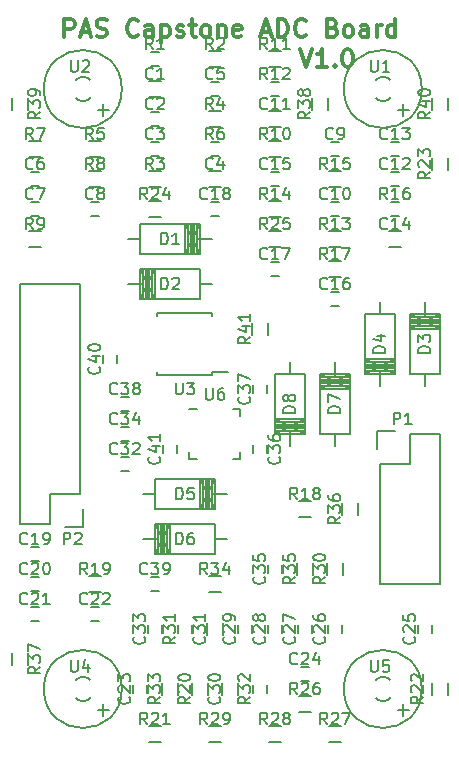
<source format=gbr>
G04 #@! TF.FileFunction,Legend,Top*
%FSLAX46Y46*%
G04 Gerber Fmt 4.6, Leading zero omitted, Abs format (unit mm)*
G04 Created by KiCad (PCBNEW (after 2015-mar-04 BZR unknown)-product) date Mon 16 Nov 2015 02:55:06 AM EST*
%MOMM*%
G01*
G04 APERTURE LIST*
%ADD10C,0.100000*%
%ADD11C,0.300000*%
%ADD12C,0.150000*%
G04 APERTURE END LIST*
D10*
D11*
X99949286Y-103318571D02*
X100449286Y-104818571D01*
X100949286Y-103318571D01*
X102235000Y-104818571D02*
X101377857Y-104818571D01*
X101806429Y-104818571D02*
X101806429Y-103318571D01*
X101663572Y-103532857D01*
X101520714Y-103675714D01*
X101377857Y-103747143D01*
X102877857Y-104675714D02*
X102949285Y-104747143D01*
X102877857Y-104818571D01*
X102806428Y-104747143D01*
X102877857Y-104675714D01*
X102877857Y-104818571D01*
X103877857Y-103318571D02*
X104020714Y-103318571D01*
X104163571Y-103390000D01*
X104235000Y-103461429D01*
X104306429Y-103604286D01*
X104377857Y-103890000D01*
X104377857Y-104247143D01*
X104306429Y-104532857D01*
X104235000Y-104675714D01*
X104163571Y-104747143D01*
X104020714Y-104818571D01*
X103877857Y-104818571D01*
X103735000Y-104747143D01*
X103663571Y-104675714D01*
X103592143Y-104532857D01*
X103520714Y-104247143D01*
X103520714Y-103890000D01*
X103592143Y-103604286D01*
X103663571Y-103461429D01*
X103735000Y-103390000D01*
X103877857Y-103318571D01*
X79980001Y-102278571D02*
X79980001Y-100778571D01*
X80551429Y-100778571D01*
X80694287Y-100850000D01*
X80765715Y-100921429D01*
X80837144Y-101064286D01*
X80837144Y-101278571D01*
X80765715Y-101421429D01*
X80694287Y-101492857D01*
X80551429Y-101564286D01*
X79980001Y-101564286D01*
X81408572Y-101850000D02*
X82122858Y-101850000D01*
X81265715Y-102278571D02*
X81765715Y-100778571D01*
X82265715Y-102278571D01*
X82694286Y-102207143D02*
X82908572Y-102278571D01*
X83265715Y-102278571D01*
X83408572Y-102207143D01*
X83480001Y-102135714D01*
X83551429Y-101992857D01*
X83551429Y-101850000D01*
X83480001Y-101707143D01*
X83408572Y-101635714D01*
X83265715Y-101564286D01*
X82980001Y-101492857D01*
X82837143Y-101421429D01*
X82765715Y-101350000D01*
X82694286Y-101207143D01*
X82694286Y-101064286D01*
X82765715Y-100921429D01*
X82837143Y-100850000D01*
X82980001Y-100778571D01*
X83337143Y-100778571D01*
X83551429Y-100850000D01*
X86194286Y-102135714D02*
X86122857Y-102207143D01*
X85908571Y-102278571D01*
X85765714Y-102278571D01*
X85551429Y-102207143D01*
X85408571Y-102064286D01*
X85337143Y-101921429D01*
X85265714Y-101635714D01*
X85265714Y-101421429D01*
X85337143Y-101135714D01*
X85408571Y-100992857D01*
X85551429Y-100850000D01*
X85765714Y-100778571D01*
X85908571Y-100778571D01*
X86122857Y-100850000D01*
X86194286Y-100921429D01*
X87480000Y-102278571D02*
X87480000Y-101492857D01*
X87408571Y-101350000D01*
X87265714Y-101278571D01*
X86980000Y-101278571D01*
X86837143Y-101350000D01*
X87480000Y-102207143D02*
X87337143Y-102278571D01*
X86980000Y-102278571D01*
X86837143Y-102207143D01*
X86765714Y-102064286D01*
X86765714Y-101921429D01*
X86837143Y-101778571D01*
X86980000Y-101707143D01*
X87337143Y-101707143D01*
X87480000Y-101635714D01*
X88194286Y-101278571D02*
X88194286Y-102778571D01*
X88194286Y-101350000D02*
X88337143Y-101278571D01*
X88622857Y-101278571D01*
X88765714Y-101350000D01*
X88837143Y-101421429D01*
X88908572Y-101564286D01*
X88908572Y-101992857D01*
X88837143Y-102135714D01*
X88765714Y-102207143D01*
X88622857Y-102278571D01*
X88337143Y-102278571D01*
X88194286Y-102207143D01*
X89480000Y-102207143D02*
X89622857Y-102278571D01*
X89908572Y-102278571D01*
X90051429Y-102207143D01*
X90122857Y-102064286D01*
X90122857Y-101992857D01*
X90051429Y-101850000D01*
X89908572Y-101778571D01*
X89694286Y-101778571D01*
X89551429Y-101707143D01*
X89480000Y-101564286D01*
X89480000Y-101492857D01*
X89551429Y-101350000D01*
X89694286Y-101278571D01*
X89908572Y-101278571D01*
X90051429Y-101350000D01*
X90551429Y-101278571D02*
X91122858Y-101278571D01*
X90765715Y-100778571D02*
X90765715Y-102064286D01*
X90837143Y-102207143D01*
X90980001Y-102278571D01*
X91122858Y-102278571D01*
X91837144Y-102278571D02*
X91694286Y-102207143D01*
X91622858Y-102135714D01*
X91551429Y-101992857D01*
X91551429Y-101564286D01*
X91622858Y-101421429D01*
X91694286Y-101350000D01*
X91837144Y-101278571D01*
X92051429Y-101278571D01*
X92194286Y-101350000D01*
X92265715Y-101421429D01*
X92337144Y-101564286D01*
X92337144Y-101992857D01*
X92265715Y-102135714D01*
X92194286Y-102207143D01*
X92051429Y-102278571D01*
X91837144Y-102278571D01*
X92980001Y-101278571D02*
X92980001Y-102278571D01*
X92980001Y-101421429D02*
X93051429Y-101350000D01*
X93194287Y-101278571D01*
X93408572Y-101278571D01*
X93551429Y-101350000D01*
X93622858Y-101492857D01*
X93622858Y-102278571D01*
X94908572Y-102207143D02*
X94765715Y-102278571D01*
X94480001Y-102278571D01*
X94337144Y-102207143D01*
X94265715Y-102064286D01*
X94265715Y-101492857D01*
X94337144Y-101350000D01*
X94480001Y-101278571D01*
X94765715Y-101278571D01*
X94908572Y-101350000D01*
X94980001Y-101492857D01*
X94980001Y-101635714D01*
X94265715Y-101778571D01*
X96694286Y-101850000D02*
X97408572Y-101850000D01*
X96551429Y-102278571D02*
X97051429Y-100778571D01*
X97551429Y-102278571D01*
X98051429Y-102278571D02*
X98051429Y-100778571D01*
X98408572Y-100778571D01*
X98622857Y-100850000D01*
X98765715Y-100992857D01*
X98837143Y-101135714D01*
X98908572Y-101421429D01*
X98908572Y-101635714D01*
X98837143Y-101921429D01*
X98765715Y-102064286D01*
X98622857Y-102207143D01*
X98408572Y-102278571D01*
X98051429Y-102278571D01*
X100408572Y-102135714D02*
X100337143Y-102207143D01*
X100122857Y-102278571D01*
X99980000Y-102278571D01*
X99765715Y-102207143D01*
X99622857Y-102064286D01*
X99551429Y-101921429D01*
X99480000Y-101635714D01*
X99480000Y-101421429D01*
X99551429Y-101135714D01*
X99622857Y-100992857D01*
X99765715Y-100850000D01*
X99980000Y-100778571D01*
X100122857Y-100778571D01*
X100337143Y-100850000D01*
X100408572Y-100921429D01*
X102694286Y-101492857D02*
X102908572Y-101564286D01*
X102980000Y-101635714D01*
X103051429Y-101778571D01*
X103051429Y-101992857D01*
X102980000Y-102135714D01*
X102908572Y-102207143D01*
X102765714Y-102278571D01*
X102194286Y-102278571D01*
X102194286Y-100778571D01*
X102694286Y-100778571D01*
X102837143Y-100850000D01*
X102908572Y-100921429D01*
X102980000Y-101064286D01*
X102980000Y-101207143D01*
X102908572Y-101350000D01*
X102837143Y-101421429D01*
X102694286Y-101492857D01*
X102194286Y-101492857D01*
X103908572Y-102278571D02*
X103765714Y-102207143D01*
X103694286Y-102135714D01*
X103622857Y-101992857D01*
X103622857Y-101564286D01*
X103694286Y-101421429D01*
X103765714Y-101350000D01*
X103908572Y-101278571D01*
X104122857Y-101278571D01*
X104265714Y-101350000D01*
X104337143Y-101421429D01*
X104408572Y-101564286D01*
X104408572Y-101992857D01*
X104337143Y-102135714D01*
X104265714Y-102207143D01*
X104122857Y-102278571D01*
X103908572Y-102278571D01*
X105694286Y-102278571D02*
X105694286Y-101492857D01*
X105622857Y-101350000D01*
X105480000Y-101278571D01*
X105194286Y-101278571D01*
X105051429Y-101350000D01*
X105694286Y-102207143D02*
X105551429Y-102278571D01*
X105194286Y-102278571D01*
X105051429Y-102207143D01*
X104980000Y-102064286D01*
X104980000Y-101921429D01*
X105051429Y-101778571D01*
X105194286Y-101707143D01*
X105551429Y-101707143D01*
X105694286Y-101635714D01*
X106408572Y-102278571D02*
X106408572Y-101278571D01*
X106408572Y-101564286D02*
X106480000Y-101421429D01*
X106551429Y-101350000D01*
X106694286Y-101278571D01*
X106837143Y-101278571D01*
X107980000Y-102278571D02*
X107980000Y-100778571D01*
X107980000Y-102207143D02*
X107837143Y-102278571D01*
X107551429Y-102278571D01*
X107408571Y-102207143D01*
X107337143Y-102135714D01*
X107265714Y-101992857D01*
X107265714Y-101564286D01*
X107337143Y-101421429D01*
X107408571Y-101350000D01*
X107551429Y-101278571D01*
X107837143Y-101278571D01*
X107980000Y-101350000D01*
D12*
X87980000Y-104740000D02*
X87280000Y-104740000D01*
X87280000Y-103540000D02*
X87980000Y-103540000D01*
X87280000Y-108620000D02*
X87980000Y-108620000D01*
X87980000Y-109820000D02*
X87280000Y-109820000D01*
X87280000Y-111160000D02*
X87980000Y-111160000D01*
X87980000Y-112360000D02*
X87280000Y-112360000D01*
X93060000Y-112360000D02*
X92360000Y-112360000D01*
X92360000Y-111160000D02*
X93060000Y-111160000D01*
X92360000Y-106080000D02*
X93060000Y-106080000D01*
X93060000Y-107280000D02*
X92360000Y-107280000D01*
X77120000Y-116240000D02*
X77820000Y-116240000D01*
X77820000Y-117440000D02*
X77120000Y-117440000D01*
X77820000Y-114900000D02*
X77120000Y-114900000D01*
X77120000Y-113700000D02*
X77820000Y-113700000D01*
X82200000Y-116240000D02*
X82900000Y-116240000D01*
X82900000Y-117440000D02*
X82200000Y-117440000D01*
X102520000Y-111160000D02*
X103220000Y-111160000D01*
X103220000Y-112360000D02*
X102520000Y-112360000D01*
X102520000Y-116240000D02*
X103220000Y-116240000D01*
X103220000Y-117440000D02*
X102520000Y-117440000D01*
X98140000Y-107280000D02*
X97440000Y-107280000D01*
X97440000Y-106080000D02*
X98140000Y-106080000D01*
X108300000Y-114900000D02*
X107600000Y-114900000D01*
X107600000Y-113700000D02*
X108300000Y-113700000D01*
X108300000Y-112360000D02*
X107600000Y-112360000D01*
X107600000Y-111160000D02*
X108300000Y-111160000D01*
X108300000Y-117440000D02*
X107600000Y-117440000D01*
X107600000Y-116240000D02*
X108300000Y-116240000D01*
X97440000Y-113700000D02*
X98140000Y-113700000D01*
X98140000Y-114900000D02*
X97440000Y-114900000D01*
X102520000Y-123860000D02*
X103220000Y-123860000D01*
X103220000Y-125060000D02*
X102520000Y-125060000D01*
X98140000Y-122520000D02*
X97440000Y-122520000D01*
X97440000Y-121320000D02*
X98140000Y-121320000D01*
X92360000Y-116240000D02*
X93060000Y-116240000D01*
X93060000Y-117440000D02*
X92360000Y-117440000D01*
X77820000Y-146650000D02*
X77120000Y-146650000D01*
X77120000Y-145450000D02*
X77820000Y-145450000D01*
X77820000Y-149190000D02*
X77120000Y-149190000D01*
X77120000Y-147990000D02*
X77820000Y-147990000D01*
X77820000Y-151730000D02*
X77120000Y-151730000D01*
X77120000Y-150530000D02*
X77820000Y-150530000D01*
X82900000Y-151730000D02*
X82200000Y-151730000D01*
X82200000Y-150530000D02*
X82900000Y-150530000D01*
X86960000Y-157130000D02*
X86960000Y-157830000D01*
X85760000Y-157830000D02*
X85760000Y-157130000D01*
X99980000Y-155610000D02*
X100680000Y-155610000D01*
X100680000Y-156810000D02*
X99980000Y-156810000D01*
X111090000Y-152050000D02*
X111090000Y-152750000D01*
X109890000Y-152750000D02*
X109890000Y-152050000D01*
X103470000Y-152050000D02*
X103470000Y-152750000D01*
X102270000Y-152750000D02*
X102270000Y-152050000D01*
X100930000Y-152050000D02*
X100930000Y-152750000D01*
X99730000Y-152750000D02*
X99730000Y-152050000D01*
X98390000Y-152050000D02*
X98390000Y-152750000D01*
X97190000Y-152750000D02*
X97190000Y-152050000D01*
X95850000Y-152050000D02*
X95850000Y-152750000D01*
X94650000Y-152750000D02*
X94650000Y-152050000D01*
X95920000Y-157830000D02*
X95920000Y-157130000D01*
X97120000Y-157130000D02*
X97120000Y-157830000D01*
X90770000Y-152050000D02*
X90770000Y-152750000D01*
X89570000Y-152750000D02*
X89570000Y-152050000D01*
X85440000Y-139030000D02*
X84740000Y-139030000D01*
X84740000Y-137830000D02*
X85440000Y-137830000D01*
X87030000Y-152750000D02*
X87030000Y-152050000D01*
X88230000Y-152050000D02*
X88230000Y-152750000D01*
X85440000Y-136490000D02*
X84740000Y-136490000D01*
X84740000Y-135290000D02*
X85440000Y-135290000D01*
X98390000Y-146970000D02*
X98390000Y-147670000D01*
X97190000Y-147670000D02*
X97190000Y-146970000D01*
X97120000Y-136810000D02*
X97120000Y-137510000D01*
X95920000Y-137510000D02*
X95920000Y-136810000D01*
X97120000Y-131730000D02*
X97120000Y-132430000D01*
X95920000Y-132430000D02*
X95920000Y-131730000D01*
X85440000Y-133950000D02*
X84740000Y-133950000D01*
X84740000Y-132750000D02*
X85440000Y-132750000D01*
X87280000Y-147990000D02*
X87980000Y-147990000D01*
X87980000Y-149190000D02*
X87280000Y-149190000D01*
X84420000Y-129190000D02*
X84420000Y-129890000D01*
X83220000Y-129890000D02*
X83220000Y-129190000D01*
X88300000Y-137510000D02*
X88300000Y-136810000D01*
X89500000Y-136810000D02*
X89500000Y-137510000D01*
X86360000Y-119380000D02*
X85344000Y-119380000D01*
X91186000Y-119380000D02*
X92456000Y-119380000D01*
X90932000Y-118110000D02*
X90932000Y-120650000D01*
X90678000Y-118110000D02*
X90678000Y-120650000D01*
X90424000Y-118110000D02*
X90424000Y-120650000D01*
X91186000Y-118110000D02*
X91186000Y-120650000D01*
X90170000Y-118110000D02*
X91440000Y-120650000D01*
X91440000Y-118110000D02*
X90170000Y-120650000D01*
X90170000Y-118110000D02*
X90170000Y-120650000D01*
X90805000Y-118110000D02*
X90805000Y-120650000D01*
X91440000Y-120650000D02*
X91440000Y-118110000D01*
X91440000Y-118110000D02*
X86360000Y-118110000D01*
X86360000Y-118110000D02*
X86360000Y-120650000D01*
X86360000Y-120650000D02*
X91440000Y-120650000D01*
X91440000Y-123190000D02*
X92456000Y-123190000D01*
X86614000Y-123190000D02*
X85344000Y-123190000D01*
X86868000Y-124460000D02*
X86868000Y-121920000D01*
X87122000Y-124460000D02*
X87122000Y-121920000D01*
X87376000Y-124460000D02*
X87376000Y-121920000D01*
X86614000Y-124460000D02*
X86614000Y-121920000D01*
X87630000Y-124460000D02*
X86360000Y-121920000D01*
X86360000Y-124460000D02*
X87630000Y-121920000D01*
X87630000Y-124460000D02*
X87630000Y-121920000D01*
X86995000Y-124460000D02*
X86995000Y-121920000D01*
X86360000Y-121920000D02*
X86360000Y-124460000D01*
X86360000Y-124460000D02*
X91440000Y-124460000D01*
X91440000Y-124460000D02*
X91440000Y-121920000D01*
X91440000Y-121920000D02*
X86360000Y-121920000D01*
X110490000Y-130810000D02*
X110490000Y-131826000D01*
X110490000Y-125984000D02*
X110490000Y-124714000D01*
X109220000Y-126238000D02*
X111760000Y-126238000D01*
X109220000Y-126492000D02*
X111760000Y-126492000D01*
X109220000Y-126746000D02*
X111760000Y-126746000D01*
X109220000Y-125984000D02*
X111760000Y-125984000D01*
X109220000Y-127000000D02*
X111760000Y-125730000D01*
X109220000Y-125730000D02*
X111760000Y-127000000D01*
X109220000Y-127000000D02*
X111760000Y-127000000D01*
X109220000Y-126365000D02*
X111760000Y-126365000D01*
X111760000Y-125730000D02*
X109220000Y-125730000D01*
X109220000Y-125730000D02*
X109220000Y-130810000D01*
X109220000Y-130810000D02*
X111760000Y-130810000D01*
X111760000Y-130810000D02*
X111760000Y-125730000D01*
X106680000Y-125730000D02*
X106680000Y-124714000D01*
X106680000Y-130556000D02*
X106680000Y-131826000D01*
X107950000Y-130302000D02*
X105410000Y-130302000D01*
X107950000Y-130048000D02*
X105410000Y-130048000D01*
X107950000Y-129794000D02*
X105410000Y-129794000D01*
X107950000Y-130556000D02*
X105410000Y-130556000D01*
X107950000Y-129540000D02*
X105410000Y-130810000D01*
X107950000Y-130810000D02*
X105410000Y-129540000D01*
X107950000Y-129540000D02*
X105410000Y-129540000D01*
X107950000Y-130175000D02*
X105410000Y-130175000D01*
X105410000Y-130810000D02*
X107950000Y-130810000D01*
X107950000Y-130810000D02*
X107950000Y-125730000D01*
X107950000Y-125730000D02*
X105410000Y-125730000D01*
X105410000Y-125730000D02*
X105410000Y-130810000D01*
X87630000Y-140970000D02*
X86614000Y-140970000D01*
X92456000Y-140970000D02*
X93726000Y-140970000D01*
X92202000Y-139700000D02*
X92202000Y-142240000D01*
X91948000Y-139700000D02*
X91948000Y-142240000D01*
X91694000Y-139700000D02*
X91694000Y-142240000D01*
X92456000Y-139700000D02*
X92456000Y-142240000D01*
X91440000Y-139700000D02*
X92710000Y-142240000D01*
X92710000Y-139700000D02*
X91440000Y-142240000D01*
X91440000Y-139700000D02*
X91440000Y-142240000D01*
X92075000Y-139700000D02*
X92075000Y-142240000D01*
X92710000Y-142240000D02*
X92710000Y-139700000D01*
X92710000Y-139700000D02*
X87630000Y-139700000D01*
X87630000Y-139700000D02*
X87630000Y-142240000D01*
X87630000Y-142240000D02*
X92710000Y-142240000D01*
X92710000Y-144780000D02*
X93726000Y-144780000D01*
X87884000Y-144780000D02*
X86614000Y-144780000D01*
X88138000Y-146050000D02*
X88138000Y-143510000D01*
X88392000Y-146050000D02*
X88392000Y-143510000D01*
X88646000Y-146050000D02*
X88646000Y-143510000D01*
X87884000Y-146050000D02*
X87884000Y-143510000D01*
X88900000Y-146050000D02*
X87630000Y-143510000D01*
X87630000Y-146050000D02*
X88900000Y-143510000D01*
X88900000Y-146050000D02*
X88900000Y-143510000D01*
X88265000Y-146050000D02*
X88265000Y-143510000D01*
X87630000Y-143510000D02*
X87630000Y-146050000D01*
X87630000Y-146050000D02*
X92710000Y-146050000D01*
X92710000Y-146050000D02*
X92710000Y-143510000D01*
X92710000Y-143510000D02*
X87630000Y-143510000D01*
X102870000Y-135890000D02*
X102870000Y-136906000D01*
X102870000Y-131064000D02*
X102870000Y-129794000D01*
X101600000Y-131318000D02*
X104140000Y-131318000D01*
X101600000Y-131572000D02*
X104140000Y-131572000D01*
X101600000Y-131826000D02*
X104140000Y-131826000D01*
X101600000Y-131064000D02*
X104140000Y-131064000D01*
X101600000Y-132080000D02*
X104140000Y-130810000D01*
X101600000Y-130810000D02*
X104140000Y-132080000D01*
X101600000Y-132080000D02*
X104140000Y-132080000D01*
X101600000Y-131445000D02*
X104140000Y-131445000D01*
X104140000Y-130810000D02*
X101600000Y-130810000D01*
X101600000Y-130810000D02*
X101600000Y-135890000D01*
X101600000Y-135890000D02*
X104140000Y-135890000D01*
X104140000Y-135890000D02*
X104140000Y-130810000D01*
X99060000Y-130810000D02*
X99060000Y-129794000D01*
X99060000Y-135636000D02*
X99060000Y-136906000D01*
X100330000Y-135382000D02*
X97790000Y-135382000D01*
X100330000Y-135128000D02*
X97790000Y-135128000D01*
X100330000Y-134874000D02*
X97790000Y-134874000D01*
X100330000Y-135636000D02*
X97790000Y-135636000D01*
X100330000Y-134620000D02*
X97790000Y-135890000D01*
X100330000Y-135890000D02*
X97790000Y-134620000D01*
X100330000Y-134620000D02*
X97790000Y-134620000D01*
X100330000Y-135255000D02*
X97790000Y-135255000D01*
X97790000Y-135890000D02*
X100330000Y-135890000D01*
X100330000Y-135890000D02*
X100330000Y-130810000D01*
X100330000Y-130810000D02*
X97790000Y-130810000D01*
X97790000Y-130810000D02*
X97790000Y-135890000D01*
X111760000Y-135890000D02*
X111760000Y-148590000D01*
X111760000Y-148590000D02*
X106680000Y-148590000D01*
X106680000Y-148590000D02*
X106680000Y-138430000D01*
X111760000Y-135890000D02*
X109220000Y-135890000D01*
X107950000Y-135610000D02*
X106400000Y-135610000D01*
X109220000Y-135890000D02*
X109220000Y-138430000D01*
X109220000Y-138430000D02*
X106680000Y-138430000D01*
X106400000Y-135610000D02*
X106400000Y-137160000D01*
X76200000Y-123190000D02*
X76200000Y-143510000D01*
X81280000Y-140970000D02*
X81280000Y-123190000D01*
X76200000Y-123190000D02*
X81280000Y-123190000D01*
X76200000Y-143510000D02*
X78740000Y-143510000D01*
X80010000Y-143790000D02*
X81560000Y-143790000D01*
X78740000Y-143510000D02*
X78740000Y-140970000D01*
X78740000Y-140970000D02*
X81280000Y-140970000D01*
X81560000Y-143790000D02*
X81560000Y-142240000D01*
X88130000Y-107355000D02*
X87130000Y-107355000D01*
X87130000Y-106005000D02*
X88130000Y-106005000D01*
X93210000Y-104815000D02*
X92210000Y-104815000D01*
X92210000Y-103465000D02*
X93210000Y-103465000D01*
X88130000Y-114975000D02*
X87130000Y-114975000D01*
X87130000Y-113625000D02*
X88130000Y-113625000D01*
X93210000Y-109895000D02*
X92210000Y-109895000D01*
X92210000Y-108545000D02*
X93210000Y-108545000D01*
X83050000Y-112435000D02*
X82050000Y-112435000D01*
X82050000Y-111085000D02*
X83050000Y-111085000D01*
X93210000Y-114975000D02*
X92210000Y-114975000D01*
X92210000Y-113625000D02*
X93210000Y-113625000D01*
X76970000Y-111085000D02*
X77970000Y-111085000D01*
X77970000Y-112435000D02*
X76970000Y-112435000D01*
X83050000Y-114975000D02*
X82050000Y-114975000D01*
X82050000Y-113625000D02*
X83050000Y-113625000D01*
X76970000Y-118705000D02*
X77970000Y-118705000D01*
X77970000Y-120055000D02*
X76970000Y-120055000D01*
X98290000Y-112435000D02*
X97290000Y-112435000D01*
X97290000Y-111085000D02*
X98290000Y-111085000D01*
X97290000Y-103465000D02*
X98290000Y-103465000D01*
X98290000Y-104815000D02*
X97290000Y-104815000D01*
X98290000Y-109895000D02*
X97290000Y-109895000D01*
X97290000Y-108545000D02*
X98290000Y-108545000D01*
X103370000Y-120055000D02*
X102370000Y-120055000D01*
X102370000Y-118705000D02*
X103370000Y-118705000D01*
X98290000Y-117515000D02*
X97290000Y-117515000D01*
X97290000Y-116165000D02*
X98290000Y-116165000D01*
X103370000Y-114975000D02*
X102370000Y-114975000D01*
X102370000Y-113625000D02*
X103370000Y-113625000D01*
X108450000Y-120055000D02*
X107450000Y-120055000D01*
X107450000Y-118705000D02*
X108450000Y-118705000D01*
X103370000Y-122595000D02*
X102370000Y-122595000D01*
X102370000Y-121245000D02*
X103370000Y-121245000D01*
X100830000Y-142915000D02*
X99830000Y-142915000D01*
X99830000Y-141565000D02*
X100830000Y-141565000D01*
X82050000Y-147915000D02*
X83050000Y-147915000D01*
X83050000Y-149265000D02*
X82050000Y-149265000D01*
X88225000Y-157980000D02*
X88225000Y-156980000D01*
X89575000Y-156980000D02*
X89575000Y-157980000D01*
X88130000Y-161965000D02*
X87130000Y-161965000D01*
X87130000Y-160615000D02*
X88130000Y-160615000D01*
X112435000Y-156980000D02*
X112435000Y-157980000D01*
X111085000Y-157980000D02*
X111085000Y-156980000D01*
X111085000Y-113530000D02*
X111085000Y-112530000D01*
X112435000Y-112530000D02*
X112435000Y-113530000D01*
X88130000Y-117515000D02*
X87130000Y-117515000D01*
X87130000Y-116165000D02*
X88130000Y-116165000D01*
X98290000Y-120055000D02*
X97290000Y-120055000D01*
X97290000Y-118705000D02*
X98290000Y-118705000D01*
X100830000Y-159425000D02*
X99830000Y-159425000D01*
X99830000Y-158075000D02*
X100830000Y-158075000D01*
X103370000Y-161965000D02*
X102370000Y-161965000D01*
X102370000Y-160615000D02*
X103370000Y-160615000D01*
X98290000Y-161965000D02*
X97290000Y-161965000D01*
X97290000Y-160615000D02*
X98290000Y-160615000D01*
X93210000Y-161965000D02*
X92210000Y-161965000D01*
X92210000Y-160615000D02*
X93210000Y-160615000D01*
X102195000Y-147820000D02*
X102195000Y-146820000D01*
X103545000Y-146820000D02*
X103545000Y-147820000D01*
X93385000Y-151900000D02*
X93385000Y-152900000D01*
X92035000Y-152900000D02*
X92035000Y-151900000D01*
X93305000Y-157980000D02*
X93305000Y-156980000D01*
X94655000Y-156980000D02*
X94655000Y-157980000D01*
X92115000Y-156980000D02*
X92115000Y-157980000D01*
X90765000Y-157980000D02*
X90765000Y-156980000D01*
X93210000Y-149265000D02*
X92210000Y-149265000D01*
X92210000Y-147915000D02*
X93210000Y-147915000D01*
X99655000Y-147820000D02*
X99655000Y-146820000D01*
X101005000Y-146820000D02*
X101005000Y-147820000D01*
X104815000Y-141740000D02*
X104815000Y-142740000D01*
X103465000Y-142740000D02*
X103465000Y-141740000D01*
X76875000Y-154440000D02*
X76875000Y-155440000D01*
X75525000Y-155440000D02*
X75525000Y-154440000D01*
X102275000Y-107450000D02*
X102275000Y-108450000D01*
X100925000Y-108450000D02*
X100925000Y-107450000D01*
X76875000Y-107450000D02*
X76875000Y-108450000D01*
X75525000Y-108450000D02*
X75525000Y-107450000D01*
X111085000Y-108450000D02*
X111085000Y-107450000D01*
X112435000Y-107450000D02*
X112435000Y-108450000D01*
X97195000Y-126500000D02*
X97195000Y-127500000D01*
X95845000Y-127500000D02*
X95845000Y-126500000D01*
X108183680Y-108430060D02*
X109184440Y-108430060D01*
X108684060Y-107929680D02*
X108684060Y-108930440D01*
X107635040Y-107381040D02*
X107533440Y-107480100D01*
X107533440Y-107480100D02*
X107332780Y-107579160D01*
X107332780Y-107579160D02*
X107033060Y-107680760D01*
X107033060Y-107680760D02*
X106834940Y-107680760D01*
X106834940Y-107680760D02*
X106535220Y-107579160D01*
X106535220Y-107579160D02*
X106334560Y-107480100D01*
X107533440Y-105879900D02*
X107332780Y-105780840D01*
X107332780Y-105780840D02*
X107033060Y-105679240D01*
X107033060Y-105679240D02*
X106834940Y-105679240D01*
X106834940Y-105679240D02*
X106535220Y-105780840D01*
X106535220Y-105780840D02*
X106334560Y-105879900D01*
X110233460Y-106680000D02*
G75*
G03X110233460Y-106680000I-3299460J0D01*
G01*
X82783680Y-108430060D02*
X83784440Y-108430060D01*
X83284060Y-107929680D02*
X83284060Y-108930440D01*
X82235040Y-107381040D02*
X82133440Y-107480100D01*
X82133440Y-107480100D02*
X81932780Y-107579160D01*
X81932780Y-107579160D02*
X81633060Y-107680760D01*
X81633060Y-107680760D02*
X81434940Y-107680760D01*
X81434940Y-107680760D02*
X81135220Y-107579160D01*
X81135220Y-107579160D02*
X80934560Y-107480100D01*
X82133440Y-105879900D02*
X81932780Y-105780840D01*
X81932780Y-105780840D02*
X81633060Y-105679240D01*
X81633060Y-105679240D02*
X81434940Y-105679240D01*
X81434940Y-105679240D02*
X81135220Y-105780840D01*
X81135220Y-105780840D02*
X80934560Y-105879900D01*
X84833460Y-106680000D02*
G75*
G03X84833460Y-106680000I-3299460J0D01*
G01*
X92495000Y-130895000D02*
X92495000Y-130670000D01*
X87845000Y-130895000D02*
X87845000Y-130670000D01*
X87845000Y-125645000D02*
X87845000Y-125870000D01*
X92495000Y-125645000D02*
X92495000Y-125870000D01*
X92495000Y-130895000D02*
X87845000Y-130895000D01*
X92495000Y-125645000D02*
X87845000Y-125645000D01*
X92495000Y-130670000D02*
X93845000Y-130670000D01*
X82783680Y-159230060D02*
X83784440Y-159230060D01*
X83284060Y-158729680D02*
X83284060Y-159730440D01*
X82235040Y-158181040D02*
X82133440Y-158280100D01*
X82133440Y-158280100D02*
X81932780Y-158379160D01*
X81932780Y-158379160D02*
X81633060Y-158480760D01*
X81633060Y-158480760D02*
X81434940Y-158480760D01*
X81434940Y-158480760D02*
X81135220Y-158379160D01*
X81135220Y-158379160D02*
X80934560Y-158280100D01*
X82133440Y-156679900D02*
X81932780Y-156580840D01*
X81932780Y-156580840D02*
X81633060Y-156479240D01*
X81633060Y-156479240D02*
X81434940Y-156479240D01*
X81434940Y-156479240D02*
X81135220Y-156580840D01*
X81135220Y-156580840D02*
X80934560Y-156679900D01*
X84833460Y-157480000D02*
G75*
G03X84833460Y-157480000I-3299460J0D01*
G01*
X108183680Y-159230060D02*
X109184440Y-159230060D01*
X108684060Y-158729680D02*
X108684060Y-159730440D01*
X107635040Y-158181040D02*
X107533440Y-158280100D01*
X107533440Y-158280100D02*
X107332780Y-158379160D01*
X107332780Y-158379160D02*
X107033060Y-158480760D01*
X107033060Y-158480760D02*
X106834940Y-158480760D01*
X106834940Y-158480760D02*
X106535220Y-158379160D01*
X106535220Y-158379160D02*
X106334560Y-158280100D01*
X107533440Y-156679900D02*
X107332780Y-156580840D01*
X107332780Y-156580840D02*
X107033060Y-156479240D01*
X107033060Y-156479240D02*
X106834940Y-156479240D01*
X106834940Y-156479240D02*
X106535220Y-156580840D01*
X106535220Y-156580840D02*
X106334560Y-156679900D01*
X110233460Y-157480000D02*
G75*
G03X110233460Y-157480000I-3299460J0D01*
G01*
X94860000Y-133740000D02*
X94860000Y-134365000D01*
X90560000Y-138040000D02*
X90560000Y-137415000D01*
X94860000Y-138040000D02*
X94860000Y-137415000D01*
X90560000Y-133740000D02*
X91185000Y-133740000D01*
X90560000Y-138040000D02*
X91185000Y-138040000D01*
X94860000Y-138040000D02*
X94235000Y-138040000D01*
X94860000Y-133740000D02*
X94235000Y-133740000D01*
X87463334Y-105767143D02*
X87415715Y-105814762D01*
X87272858Y-105862381D01*
X87177620Y-105862381D01*
X87034762Y-105814762D01*
X86939524Y-105719524D01*
X86891905Y-105624286D01*
X86844286Y-105433810D01*
X86844286Y-105290952D01*
X86891905Y-105100476D01*
X86939524Y-105005238D01*
X87034762Y-104910000D01*
X87177620Y-104862381D01*
X87272858Y-104862381D01*
X87415715Y-104910000D01*
X87463334Y-104957619D01*
X88415715Y-105862381D02*
X87844286Y-105862381D01*
X88130000Y-105862381D02*
X88130000Y-104862381D01*
X88034762Y-105005238D01*
X87939524Y-105100476D01*
X87844286Y-105148095D01*
X87463334Y-108307143D02*
X87415715Y-108354762D01*
X87272858Y-108402381D01*
X87177620Y-108402381D01*
X87034762Y-108354762D01*
X86939524Y-108259524D01*
X86891905Y-108164286D01*
X86844286Y-107973810D01*
X86844286Y-107830952D01*
X86891905Y-107640476D01*
X86939524Y-107545238D01*
X87034762Y-107450000D01*
X87177620Y-107402381D01*
X87272858Y-107402381D01*
X87415715Y-107450000D01*
X87463334Y-107497619D01*
X87844286Y-107497619D02*
X87891905Y-107450000D01*
X87987143Y-107402381D01*
X88225239Y-107402381D01*
X88320477Y-107450000D01*
X88368096Y-107497619D01*
X88415715Y-107592857D01*
X88415715Y-107688095D01*
X88368096Y-107830952D01*
X87796667Y-108402381D01*
X88415715Y-108402381D01*
X87463334Y-110847143D02*
X87415715Y-110894762D01*
X87272858Y-110942381D01*
X87177620Y-110942381D01*
X87034762Y-110894762D01*
X86939524Y-110799524D01*
X86891905Y-110704286D01*
X86844286Y-110513810D01*
X86844286Y-110370952D01*
X86891905Y-110180476D01*
X86939524Y-110085238D01*
X87034762Y-109990000D01*
X87177620Y-109942381D01*
X87272858Y-109942381D01*
X87415715Y-109990000D01*
X87463334Y-110037619D01*
X87796667Y-109942381D02*
X88415715Y-109942381D01*
X88082381Y-110323333D01*
X88225239Y-110323333D01*
X88320477Y-110370952D01*
X88368096Y-110418571D01*
X88415715Y-110513810D01*
X88415715Y-110751905D01*
X88368096Y-110847143D01*
X88320477Y-110894762D01*
X88225239Y-110942381D01*
X87939524Y-110942381D01*
X87844286Y-110894762D01*
X87796667Y-110847143D01*
X92543334Y-113387143D02*
X92495715Y-113434762D01*
X92352858Y-113482381D01*
X92257620Y-113482381D01*
X92114762Y-113434762D01*
X92019524Y-113339524D01*
X91971905Y-113244286D01*
X91924286Y-113053810D01*
X91924286Y-112910952D01*
X91971905Y-112720476D01*
X92019524Y-112625238D01*
X92114762Y-112530000D01*
X92257620Y-112482381D01*
X92352858Y-112482381D01*
X92495715Y-112530000D01*
X92543334Y-112577619D01*
X93400477Y-112815714D02*
X93400477Y-113482381D01*
X93162381Y-112434762D02*
X92924286Y-113149048D01*
X93543334Y-113149048D01*
X92543334Y-105767143D02*
X92495715Y-105814762D01*
X92352858Y-105862381D01*
X92257620Y-105862381D01*
X92114762Y-105814762D01*
X92019524Y-105719524D01*
X91971905Y-105624286D01*
X91924286Y-105433810D01*
X91924286Y-105290952D01*
X91971905Y-105100476D01*
X92019524Y-105005238D01*
X92114762Y-104910000D01*
X92257620Y-104862381D01*
X92352858Y-104862381D01*
X92495715Y-104910000D01*
X92543334Y-104957619D01*
X93448096Y-104862381D02*
X92971905Y-104862381D01*
X92924286Y-105338571D01*
X92971905Y-105290952D01*
X93067143Y-105243333D01*
X93305239Y-105243333D01*
X93400477Y-105290952D01*
X93448096Y-105338571D01*
X93495715Y-105433810D01*
X93495715Y-105671905D01*
X93448096Y-105767143D01*
X93400477Y-105814762D01*
X93305239Y-105862381D01*
X93067143Y-105862381D01*
X92971905Y-105814762D01*
X92924286Y-105767143D01*
X77303334Y-113387143D02*
X77255715Y-113434762D01*
X77112858Y-113482381D01*
X77017620Y-113482381D01*
X76874762Y-113434762D01*
X76779524Y-113339524D01*
X76731905Y-113244286D01*
X76684286Y-113053810D01*
X76684286Y-112910952D01*
X76731905Y-112720476D01*
X76779524Y-112625238D01*
X76874762Y-112530000D01*
X77017620Y-112482381D01*
X77112858Y-112482381D01*
X77255715Y-112530000D01*
X77303334Y-112577619D01*
X78160477Y-112482381D02*
X77970000Y-112482381D01*
X77874762Y-112530000D01*
X77827143Y-112577619D01*
X77731905Y-112720476D01*
X77684286Y-112910952D01*
X77684286Y-113291905D01*
X77731905Y-113387143D01*
X77779524Y-113434762D01*
X77874762Y-113482381D01*
X78065239Y-113482381D01*
X78160477Y-113434762D01*
X78208096Y-113387143D01*
X78255715Y-113291905D01*
X78255715Y-113053810D01*
X78208096Y-112958571D01*
X78160477Y-112910952D01*
X78065239Y-112863333D01*
X77874762Y-112863333D01*
X77779524Y-112910952D01*
X77731905Y-112958571D01*
X77684286Y-113053810D01*
X77303334Y-115927143D02*
X77255715Y-115974762D01*
X77112858Y-116022381D01*
X77017620Y-116022381D01*
X76874762Y-115974762D01*
X76779524Y-115879524D01*
X76731905Y-115784286D01*
X76684286Y-115593810D01*
X76684286Y-115450952D01*
X76731905Y-115260476D01*
X76779524Y-115165238D01*
X76874762Y-115070000D01*
X77017620Y-115022381D01*
X77112858Y-115022381D01*
X77255715Y-115070000D01*
X77303334Y-115117619D01*
X77636667Y-115022381D02*
X78303334Y-115022381D01*
X77874762Y-116022381D01*
X82383334Y-115927143D02*
X82335715Y-115974762D01*
X82192858Y-116022381D01*
X82097620Y-116022381D01*
X81954762Y-115974762D01*
X81859524Y-115879524D01*
X81811905Y-115784286D01*
X81764286Y-115593810D01*
X81764286Y-115450952D01*
X81811905Y-115260476D01*
X81859524Y-115165238D01*
X81954762Y-115070000D01*
X82097620Y-115022381D01*
X82192858Y-115022381D01*
X82335715Y-115070000D01*
X82383334Y-115117619D01*
X82954762Y-115450952D02*
X82859524Y-115403333D01*
X82811905Y-115355714D01*
X82764286Y-115260476D01*
X82764286Y-115212857D01*
X82811905Y-115117619D01*
X82859524Y-115070000D01*
X82954762Y-115022381D01*
X83145239Y-115022381D01*
X83240477Y-115070000D01*
X83288096Y-115117619D01*
X83335715Y-115212857D01*
X83335715Y-115260476D01*
X83288096Y-115355714D01*
X83240477Y-115403333D01*
X83145239Y-115450952D01*
X82954762Y-115450952D01*
X82859524Y-115498571D01*
X82811905Y-115546190D01*
X82764286Y-115641429D01*
X82764286Y-115831905D01*
X82811905Y-115927143D01*
X82859524Y-115974762D01*
X82954762Y-116022381D01*
X83145239Y-116022381D01*
X83240477Y-115974762D01*
X83288096Y-115927143D01*
X83335715Y-115831905D01*
X83335715Y-115641429D01*
X83288096Y-115546190D01*
X83240477Y-115498571D01*
X83145239Y-115450952D01*
X102703334Y-110847143D02*
X102655715Y-110894762D01*
X102512858Y-110942381D01*
X102417620Y-110942381D01*
X102274762Y-110894762D01*
X102179524Y-110799524D01*
X102131905Y-110704286D01*
X102084286Y-110513810D01*
X102084286Y-110370952D01*
X102131905Y-110180476D01*
X102179524Y-110085238D01*
X102274762Y-109990000D01*
X102417620Y-109942381D01*
X102512858Y-109942381D01*
X102655715Y-109990000D01*
X102703334Y-110037619D01*
X103179524Y-110942381D02*
X103370000Y-110942381D01*
X103465239Y-110894762D01*
X103512858Y-110847143D01*
X103608096Y-110704286D01*
X103655715Y-110513810D01*
X103655715Y-110132857D01*
X103608096Y-110037619D01*
X103560477Y-109990000D01*
X103465239Y-109942381D01*
X103274762Y-109942381D01*
X103179524Y-109990000D01*
X103131905Y-110037619D01*
X103084286Y-110132857D01*
X103084286Y-110370952D01*
X103131905Y-110466190D01*
X103179524Y-110513810D01*
X103274762Y-110561429D01*
X103465239Y-110561429D01*
X103560477Y-110513810D01*
X103608096Y-110466190D01*
X103655715Y-110370952D01*
X102227143Y-115927143D02*
X102179524Y-115974762D01*
X102036667Y-116022381D01*
X101941429Y-116022381D01*
X101798571Y-115974762D01*
X101703333Y-115879524D01*
X101655714Y-115784286D01*
X101608095Y-115593810D01*
X101608095Y-115450952D01*
X101655714Y-115260476D01*
X101703333Y-115165238D01*
X101798571Y-115070000D01*
X101941429Y-115022381D01*
X102036667Y-115022381D01*
X102179524Y-115070000D01*
X102227143Y-115117619D01*
X103179524Y-116022381D02*
X102608095Y-116022381D01*
X102893809Y-116022381D02*
X102893809Y-115022381D01*
X102798571Y-115165238D01*
X102703333Y-115260476D01*
X102608095Y-115308095D01*
X103798571Y-115022381D02*
X103893810Y-115022381D01*
X103989048Y-115070000D01*
X104036667Y-115117619D01*
X104084286Y-115212857D01*
X104131905Y-115403333D01*
X104131905Y-115641429D01*
X104084286Y-115831905D01*
X104036667Y-115927143D01*
X103989048Y-115974762D01*
X103893810Y-116022381D01*
X103798571Y-116022381D01*
X103703333Y-115974762D01*
X103655714Y-115927143D01*
X103608095Y-115831905D01*
X103560476Y-115641429D01*
X103560476Y-115403333D01*
X103608095Y-115212857D01*
X103655714Y-115117619D01*
X103703333Y-115070000D01*
X103798571Y-115022381D01*
X97147143Y-108307143D02*
X97099524Y-108354762D01*
X96956667Y-108402381D01*
X96861429Y-108402381D01*
X96718571Y-108354762D01*
X96623333Y-108259524D01*
X96575714Y-108164286D01*
X96528095Y-107973810D01*
X96528095Y-107830952D01*
X96575714Y-107640476D01*
X96623333Y-107545238D01*
X96718571Y-107450000D01*
X96861429Y-107402381D01*
X96956667Y-107402381D01*
X97099524Y-107450000D01*
X97147143Y-107497619D01*
X98099524Y-108402381D02*
X97528095Y-108402381D01*
X97813809Y-108402381D02*
X97813809Y-107402381D01*
X97718571Y-107545238D01*
X97623333Y-107640476D01*
X97528095Y-107688095D01*
X99051905Y-108402381D02*
X98480476Y-108402381D01*
X98766190Y-108402381D02*
X98766190Y-107402381D01*
X98670952Y-107545238D01*
X98575714Y-107640476D01*
X98480476Y-107688095D01*
X107307143Y-113387143D02*
X107259524Y-113434762D01*
X107116667Y-113482381D01*
X107021429Y-113482381D01*
X106878571Y-113434762D01*
X106783333Y-113339524D01*
X106735714Y-113244286D01*
X106688095Y-113053810D01*
X106688095Y-112910952D01*
X106735714Y-112720476D01*
X106783333Y-112625238D01*
X106878571Y-112530000D01*
X107021429Y-112482381D01*
X107116667Y-112482381D01*
X107259524Y-112530000D01*
X107307143Y-112577619D01*
X108259524Y-113482381D02*
X107688095Y-113482381D01*
X107973809Y-113482381D02*
X107973809Y-112482381D01*
X107878571Y-112625238D01*
X107783333Y-112720476D01*
X107688095Y-112768095D01*
X108640476Y-112577619D02*
X108688095Y-112530000D01*
X108783333Y-112482381D01*
X109021429Y-112482381D01*
X109116667Y-112530000D01*
X109164286Y-112577619D01*
X109211905Y-112672857D01*
X109211905Y-112768095D01*
X109164286Y-112910952D01*
X108592857Y-113482381D01*
X109211905Y-113482381D01*
X107307143Y-110847143D02*
X107259524Y-110894762D01*
X107116667Y-110942381D01*
X107021429Y-110942381D01*
X106878571Y-110894762D01*
X106783333Y-110799524D01*
X106735714Y-110704286D01*
X106688095Y-110513810D01*
X106688095Y-110370952D01*
X106735714Y-110180476D01*
X106783333Y-110085238D01*
X106878571Y-109990000D01*
X107021429Y-109942381D01*
X107116667Y-109942381D01*
X107259524Y-109990000D01*
X107307143Y-110037619D01*
X108259524Y-110942381D02*
X107688095Y-110942381D01*
X107973809Y-110942381D02*
X107973809Y-109942381D01*
X107878571Y-110085238D01*
X107783333Y-110180476D01*
X107688095Y-110228095D01*
X108592857Y-109942381D02*
X109211905Y-109942381D01*
X108878571Y-110323333D01*
X109021429Y-110323333D01*
X109116667Y-110370952D01*
X109164286Y-110418571D01*
X109211905Y-110513810D01*
X109211905Y-110751905D01*
X109164286Y-110847143D01*
X109116667Y-110894762D01*
X109021429Y-110942381D01*
X108735714Y-110942381D01*
X108640476Y-110894762D01*
X108592857Y-110847143D01*
X107307143Y-118467143D02*
X107259524Y-118514762D01*
X107116667Y-118562381D01*
X107021429Y-118562381D01*
X106878571Y-118514762D01*
X106783333Y-118419524D01*
X106735714Y-118324286D01*
X106688095Y-118133810D01*
X106688095Y-117990952D01*
X106735714Y-117800476D01*
X106783333Y-117705238D01*
X106878571Y-117610000D01*
X107021429Y-117562381D01*
X107116667Y-117562381D01*
X107259524Y-117610000D01*
X107307143Y-117657619D01*
X108259524Y-118562381D02*
X107688095Y-118562381D01*
X107973809Y-118562381D02*
X107973809Y-117562381D01*
X107878571Y-117705238D01*
X107783333Y-117800476D01*
X107688095Y-117848095D01*
X109116667Y-117895714D02*
X109116667Y-118562381D01*
X108878571Y-117514762D02*
X108640476Y-118229048D01*
X109259524Y-118229048D01*
X97147143Y-113387143D02*
X97099524Y-113434762D01*
X96956667Y-113482381D01*
X96861429Y-113482381D01*
X96718571Y-113434762D01*
X96623333Y-113339524D01*
X96575714Y-113244286D01*
X96528095Y-113053810D01*
X96528095Y-112910952D01*
X96575714Y-112720476D01*
X96623333Y-112625238D01*
X96718571Y-112530000D01*
X96861429Y-112482381D01*
X96956667Y-112482381D01*
X97099524Y-112530000D01*
X97147143Y-112577619D01*
X98099524Y-113482381D02*
X97528095Y-113482381D01*
X97813809Y-113482381D02*
X97813809Y-112482381D01*
X97718571Y-112625238D01*
X97623333Y-112720476D01*
X97528095Y-112768095D01*
X99004286Y-112482381D02*
X98528095Y-112482381D01*
X98480476Y-112958571D01*
X98528095Y-112910952D01*
X98623333Y-112863333D01*
X98861429Y-112863333D01*
X98956667Y-112910952D01*
X99004286Y-112958571D01*
X99051905Y-113053810D01*
X99051905Y-113291905D01*
X99004286Y-113387143D01*
X98956667Y-113434762D01*
X98861429Y-113482381D01*
X98623333Y-113482381D01*
X98528095Y-113434762D01*
X98480476Y-113387143D01*
X102227143Y-123547143D02*
X102179524Y-123594762D01*
X102036667Y-123642381D01*
X101941429Y-123642381D01*
X101798571Y-123594762D01*
X101703333Y-123499524D01*
X101655714Y-123404286D01*
X101608095Y-123213810D01*
X101608095Y-123070952D01*
X101655714Y-122880476D01*
X101703333Y-122785238D01*
X101798571Y-122690000D01*
X101941429Y-122642381D01*
X102036667Y-122642381D01*
X102179524Y-122690000D01*
X102227143Y-122737619D01*
X103179524Y-123642381D02*
X102608095Y-123642381D01*
X102893809Y-123642381D02*
X102893809Y-122642381D01*
X102798571Y-122785238D01*
X102703333Y-122880476D01*
X102608095Y-122928095D01*
X104036667Y-122642381D02*
X103846190Y-122642381D01*
X103750952Y-122690000D01*
X103703333Y-122737619D01*
X103608095Y-122880476D01*
X103560476Y-123070952D01*
X103560476Y-123451905D01*
X103608095Y-123547143D01*
X103655714Y-123594762D01*
X103750952Y-123642381D01*
X103941429Y-123642381D01*
X104036667Y-123594762D01*
X104084286Y-123547143D01*
X104131905Y-123451905D01*
X104131905Y-123213810D01*
X104084286Y-123118571D01*
X104036667Y-123070952D01*
X103941429Y-123023333D01*
X103750952Y-123023333D01*
X103655714Y-123070952D01*
X103608095Y-123118571D01*
X103560476Y-123213810D01*
X97147143Y-121007143D02*
X97099524Y-121054762D01*
X96956667Y-121102381D01*
X96861429Y-121102381D01*
X96718571Y-121054762D01*
X96623333Y-120959524D01*
X96575714Y-120864286D01*
X96528095Y-120673810D01*
X96528095Y-120530952D01*
X96575714Y-120340476D01*
X96623333Y-120245238D01*
X96718571Y-120150000D01*
X96861429Y-120102381D01*
X96956667Y-120102381D01*
X97099524Y-120150000D01*
X97147143Y-120197619D01*
X98099524Y-121102381D02*
X97528095Y-121102381D01*
X97813809Y-121102381D02*
X97813809Y-120102381D01*
X97718571Y-120245238D01*
X97623333Y-120340476D01*
X97528095Y-120388095D01*
X98432857Y-120102381D02*
X99099524Y-120102381D01*
X98670952Y-121102381D01*
X92067143Y-115927143D02*
X92019524Y-115974762D01*
X91876667Y-116022381D01*
X91781429Y-116022381D01*
X91638571Y-115974762D01*
X91543333Y-115879524D01*
X91495714Y-115784286D01*
X91448095Y-115593810D01*
X91448095Y-115450952D01*
X91495714Y-115260476D01*
X91543333Y-115165238D01*
X91638571Y-115070000D01*
X91781429Y-115022381D01*
X91876667Y-115022381D01*
X92019524Y-115070000D01*
X92067143Y-115117619D01*
X93019524Y-116022381D02*
X92448095Y-116022381D01*
X92733809Y-116022381D02*
X92733809Y-115022381D01*
X92638571Y-115165238D01*
X92543333Y-115260476D01*
X92448095Y-115308095D01*
X93590952Y-115450952D02*
X93495714Y-115403333D01*
X93448095Y-115355714D01*
X93400476Y-115260476D01*
X93400476Y-115212857D01*
X93448095Y-115117619D01*
X93495714Y-115070000D01*
X93590952Y-115022381D01*
X93781429Y-115022381D01*
X93876667Y-115070000D01*
X93924286Y-115117619D01*
X93971905Y-115212857D01*
X93971905Y-115260476D01*
X93924286Y-115355714D01*
X93876667Y-115403333D01*
X93781429Y-115450952D01*
X93590952Y-115450952D01*
X93495714Y-115498571D01*
X93448095Y-115546190D01*
X93400476Y-115641429D01*
X93400476Y-115831905D01*
X93448095Y-115927143D01*
X93495714Y-115974762D01*
X93590952Y-116022381D01*
X93781429Y-116022381D01*
X93876667Y-115974762D01*
X93924286Y-115927143D01*
X93971905Y-115831905D01*
X93971905Y-115641429D01*
X93924286Y-115546190D01*
X93876667Y-115498571D01*
X93781429Y-115450952D01*
X76827143Y-145137143D02*
X76779524Y-145184762D01*
X76636667Y-145232381D01*
X76541429Y-145232381D01*
X76398571Y-145184762D01*
X76303333Y-145089524D01*
X76255714Y-144994286D01*
X76208095Y-144803810D01*
X76208095Y-144660952D01*
X76255714Y-144470476D01*
X76303333Y-144375238D01*
X76398571Y-144280000D01*
X76541429Y-144232381D01*
X76636667Y-144232381D01*
X76779524Y-144280000D01*
X76827143Y-144327619D01*
X77779524Y-145232381D02*
X77208095Y-145232381D01*
X77493809Y-145232381D02*
X77493809Y-144232381D01*
X77398571Y-144375238D01*
X77303333Y-144470476D01*
X77208095Y-144518095D01*
X78255714Y-145232381D02*
X78446190Y-145232381D01*
X78541429Y-145184762D01*
X78589048Y-145137143D01*
X78684286Y-144994286D01*
X78731905Y-144803810D01*
X78731905Y-144422857D01*
X78684286Y-144327619D01*
X78636667Y-144280000D01*
X78541429Y-144232381D01*
X78350952Y-144232381D01*
X78255714Y-144280000D01*
X78208095Y-144327619D01*
X78160476Y-144422857D01*
X78160476Y-144660952D01*
X78208095Y-144756190D01*
X78255714Y-144803810D01*
X78350952Y-144851429D01*
X78541429Y-144851429D01*
X78636667Y-144803810D01*
X78684286Y-144756190D01*
X78731905Y-144660952D01*
X76827143Y-147677143D02*
X76779524Y-147724762D01*
X76636667Y-147772381D01*
X76541429Y-147772381D01*
X76398571Y-147724762D01*
X76303333Y-147629524D01*
X76255714Y-147534286D01*
X76208095Y-147343810D01*
X76208095Y-147200952D01*
X76255714Y-147010476D01*
X76303333Y-146915238D01*
X76398571Y-146820000D01*
X76541429Y-146772381D01*
X76636667Y-146772381D01*
X76779524Y-146820000D01*
X76827143Y-146867619D01*
X77208095Y-146867619D02*
X77255714Y-146820000D01*
X77350952Y-146772381D01*
X77589048Y-146772381D01*
X77684286Y-146820000D01*
X77731905Y-146867619D01*
X77779524Y-146962857D01*
X77779524Y-147058095D01*
X77731905Y-147200952D01*
X77160476Y-147772381D01*
X77779524Y-147772381D01*
X78398571Y-146772381D02*
X78493810Y-146772381D01*
X78589048Y-146820000D01*
X78636667Y-146867619D01*
X78684286Y-146962857D01*
X78731905Y-147153333D01*
X78731905Y-147391429D01*
X78684286Y-147581905D01*
X78636667Y-147677143D01*
X78589048Y-147724762D01*
X78493810Y-147772381D01*
X78398571Y-147772381D01*
X78303333Y-147724762D01*
X78255714Y-147677143D01*
X78208095Y-147581905D01*
X78160476Y-147391429D01*
X78160476Y-147153333D01*
X78208095Y-146962857D01*
X78255714Y-146867619D01*
X78303333Y-146820000D01*
X78398571Y-146772381D01*
X76827143Y-150217143D02*
X76779524Y-150264762D01*
X76636667Y-150312381D01*
X76541429Y-150312381D01*
X76398571Y-150264762D01*
X76303333Y-150169524D01*
X76255714Y-150074286D01*
X76208095Y-149883810D01*
X76208095Y-149740952D01*
X76255714Y-149550476D01*
X76303333Y-149455238D01*
X76398571Y-149360000D01*
X76541429Y-149312381D01*
X76636667Y-149312381D01*
X76779524Y-149360000D01*
X76827143Y-149407619D01*
X77208095Y-149407619D02*
X77255714Y-149360000D01*
X77350952Y-149312381D01*
X77589048Y-149312381D01*
X77684286Y-149360000D01*
X77731905Y-149407619D01*
X77779524Y-149502857D01*
X77779524Y-149598095D01*
X77731905Y-149740952D01*
X77160476Y-150312381D01*
X77779524Y-150312381D01*
X78731905Y-150312381D02*
X78160476Y-150312381D01*
X78446190Y-150312381D02*
X78446190Y-149312381D01*
X78350952Y-149455238D01*
X78255714Y-149550476D01*
X78160476Y-149598095D01*
X81907143Y-150217143D02*
X81859524Y-150264762D01*
X81716667Y-150312381D01*
X81621429Y-150312381D01*
X81478571Y-150264762D01*
X81383333Y-150169524D01*
X81335714Y-150074286D01*
X81288095Y-149883810D01*
X81288095Y-149740952D01*
X81335714Y-149550476D01*
X81383333Y-149455238D01*
X81478571Y-149360000D01*
X81621429Y-149312381D01*
X81716667Y-149312381D01*
X81859524Y-149360000D01*
X81907143Y-149407619D01*
X82288095Y-149407619D02*
X82335714Y-149360000D01*
X82430952Y-149312381D01*
X82669048Y-149312381D01*
X82764286Y-149360000D01*
X82811905Y-149407619D01*
X82859524Y-149502857D01*
X82859524Y-149598095D01*
X82811905Y-149740952D01*
X82240476Y-150312381D01*
X82859524Y-150312381D01*
X83240476Y-149407619D02*
X83288095Y-149360000D01*
X83383333Y-149312381D01*
X83621429Y-149312381D01*
X83716667Y-149360000D01*
X83764286Y-149407619D01*
X83811905Y-149502857D01*
X83811905Y-149598095D01*
X83764286Y-149740952D01*
X83192857Y-150312381D01*
X83811905Y-150312381D01*
X85447143Y-158122857D02*
X85494762Y-158170476D01*
X85542381Y-158313333D01*
X85542381Y-158408571D01*
X85494762Y-158551429D01*
X85399524Y-158646667D01*
X85304286Y-158694286D01*
X85113810Y-158741905D01*
X84970952Y-158741905D01*
X84780476Y-158694286D01*
X84685238Y-158646667D01*
X84590000Y-158551429D01*
X84542381Y-158408571D01*
X84542381Y-158313333D01*
X84590000Y-158170476D01*
X84637619Y-158122857D01*
X84637619Y-157741905D02*
X84590000Y-157694286D01*
X84542381Y-157599048D01*
X84542381Y-157360952D01*
X84590000Y-157265714D01*
X84637619Y-157218095D01*
X84732857Y-157170476D01*
X84828095Y-157170476D01*
X84970952Y-157218095D01*
X85542381Y-157789524D01*
X85542381Y-157170476D01*
X84542381Y-156837143D02*
X84542381Y-156218095D01*
X84923333Y-156551429D01*
X84923333Y-156408571D01*
X84970952Y-156313333D01*
X85018571Y-156265714D01*
X85113810Y-156218095D01*
X85351905Y-156218095D01*
X85447143Y-156265714D01*
X85494762Y-156313333D01*
X85542381Y-156408571D01*
X85542381Y-156694286D01*
X85494762Y-156789524D01*
X85447143Y-156837143D01*
X99687143Y-155297143D02*
X99639524Y-155344762D01*
X99496667Y-155392381D01*
X99401429Y-155392381D01*
X99258571Y-155344762D01*
X99163333Y-155249524D01*
X99115714Y-155154286D01*
X99068095Y-154963810D01*
X99068095Y-154820952D01*
X99115714Y-154630476D01*
X99163333Y-154535238D01*
X99258571Y-154440000D01*
X99401429Y-154392381D01*
X99496667Y-154392381D01*
X99639524Y-154440000D01*
X99687143Y-154487619D01*
X100068095Y-154487619D02*
X100115714Y-154440000D01*
X100210952Y-154392381D01*
X100449048Y-154392381D01*
X100544286Y-154440000D01*
X100591905Y-154487619D01*
X100639524Y-154582857D01*
X100639524Y-154678095D01*
X100591905Y-154820952D01*
X100020476Y-155392381D01*
X100639524Y-155392381D01*
X101496667Y-154725714D02*
X101496667Y-155392381D01*
X101258571Y-154344762D02*
X101020476Y-155059048D01*
X101639524Y-155059048D01*
X109577143Y-153042857D02*
X109624762Y-153090476D01*
X109672381Y-153233333D01*
X109672381Y-153328571D01*
X109624762Y-153471429D01*
X109529524Y-153566667D01*
X109434286Y-153614286D01*
X109243810Y-153661905D01*
X109100952Y-153661905D01*
X108910476Y-153614286D01*
X108815238Y-153566667D01*
X108720000Y-153471429D01*
X108672381Y-153328571D01*
X108672381Y-153233333D01*
X108720000Y-153090476D01*
X108767619Y-153042857D01*
X108767619Y-152661905D02*
X108720000Y-152614286D01*
X108672381Y-152519048D01*
X108672381Y-152280952D01*
X108720000Y-152185714D01*
X108767619Y-152138095D01*
X108862857Y-152090476D01*
X108958095Y-152090476D01*
X109100952Y-152138095D01*
X109672381Y-152709524D01*
X109672381Y-152090476D01*
X108672381Y-151185714D02*
X108672381Y-151661905D01*
X109148571Y-151709524D01*
X109100952Y-151661905D01*
X109053333Y-151566667D01*
X109053333Y-151328571D01*
X109100952Y-151233333D01*
X109148571Y-151185714D01*
X109243810Y-151138095D01*
X109481905Y-151138095D01*
X109577143Y-151185714D01*
X109624762Y-151233333D01*
X109672381Y-151328571D01*
X109672381Y-151566667D01*
X109624762Y-151661905D01*
X109577143Y-151709524D01*
X101957143Y-153042857D02*
X102004762Y-153090476D01*
X102052381Y-153233333D01*
X102052381Y-153328571D01*
X102004762Y-153471429D01*
X101909524Y-153566667D01*
X101814286Y-153614286D01*
X101623810Y-153661905D01*
X101480952Y-153661905D01*
X101290476Y-153614286D01*
X101195238Y-153566667D01*
X101100000Y-153471429D01*
X101052381Y-153328571D01*
X101052381Y-153233333D01*
X101100000Y-153090476D01*
X101147619Y-153042857D01*
X101147619Y-152661905D02*
X101100000Y-152614286D01*
X101052381Y-152519048D01*
X101052381Y-152280952D01*
X101100000Y-152185714D01*
X101147619Y-152138095D01*
X101242857Y-152090476D01*
X101338095Y-152090476D01*
X101480952Y-152138095D01*
X102052381Y-152709524D01*
X102052381Y-152090476D01*
X101052381Y-151233333D02*
X101052381Y-151423810D01*
X101100000Y-151519048D01*
X101147619Y-151566667D01*
X101290476Y-151661905D01*
X101480952Y-151709524D01*
X101861905Y-151709524D01*
X101957143Y-151661905D01*
X102004762Y-151614286D01*
X102052381Y-151519048D01*
X102052381Y-151328571D01*
X102004762Y-151233333D01*
X101957143Y-151185714D01*
X101861905Y-151138095D01*
X101623810Y-151138095D01*
X101528571Y-151185714D01*
X101480952Y-151233333D01*
X101433333Y-151328571D01*
X101433333Y-151519048D01*
X101480952Y-151614286D01*
X101528571Y-151661905D01*
X101623810Y-151709524D01*
X99417143Y-153042857D02*
X99464762Y-153090476D01*
X99512381Y-153233333D01*
X99512381Y-153328571D01*
X99464762Y-153471429D01*
X99369524Y-153566667D01*
X99274286Y-153614286D01*
X99083810Y-153661905D01*
X98940952Y-153661905D01*
X98750476Y-153614286D01*
X98655238Y-153566667D01*
X98560000Y-153471429D01*
X98512381Y-153328571D01*
X98512381Y-153233333D01*
X98560000Y-153090476D01*
X98607619Y-153042857D01*
X98607619Y-152661905D02*
X98560000Y-152614286D01*
X98512381Y-152519048D01*
X98512381Y-152280952D01*
X98560000Y-152185714D01*
X98607619Y-152138095D01*
X98702857Y-152090476D01*
X98798095Y-152090476D01*
X98940952Y-152138095D01*
X99512381Y-152709524D01*
X99512381Y-152090476D01*
X98512381Y-151757143D02*
X98512381Y-151090476D01*
X99512381Y-151519048D01*
X96877143Y-153042857D02*
X96924762Y-153090476D01*
X96972381Y-153233333D01*
X96972381Y-153328571D01*
X96924762Y-153471429D01*
X96829524Y-153566667D01*
X96734286Y-153614286D01*
X96543810Y-153661905D01*
X96400952Y-153661905D01*
X96210476Y-153614286D01*
X96115238Y-153566667D01*
X96020000Y-153471429D01*
X95972381Y-153328571D01*
X95972381Y-153233333D01*
X96020000Y-153090476D01*
X96067619Y-153042857D01*
X96067619Y-152661905D02*
X96020000Y-152614286D01*
X95972381Y-152519048D01*
X95972381Y-152280952D01*
X96020000Y-152185714D01*
X96067619Y-152138095D01*
X96162857Y-152090476D01*
X96258095Y-152090476D01*
X96400952Y-152138095D01*
X96972381Y-152709524D01*
X96972381Y-152090476D01*
X96400952Y-151519048D02*
X96353333Y-151614286D01*
X96305714Y-151661905D01*
X96210476Y-151709524D01*
X96162857Y-151709524D01*
X96067619Y-151661905D01*
X96020000Y-151614286D01*
X95972381Y-151519048D01*
X95972381Y-151328571D01*
X96020000Y-151233333D01*
X96067619Y-151185714D01*
X96162857Y-151138095D01*
X96210476Y-151138095D01*
X96305714Y-151185714D01*
X96353333Y-151233333D01*
X96400952Y-151328571D01*
X96400952Y-151519048D01*
X96448571Y-151614286D01*
X96496190Y-151661905D01*
X96591429Y-151709524D01*
X96781905Y-151709524D01*
X96877143Y-151661905D01*
X96924762Y-151614286D01*
X96972381Y-151519048D01*
X96972381Y-151328571D01*
X96924762Y-151233333D01*
X96877143Y-151185714D01*
X96781905Y-151138095D01*
X96591429Y-151138095D01*
X96496190Y-151185714D01*
X96448571Y-151233333D01*
X96400952Y-151328571D01*
X94337143Y-153042857D02*
X94384762Y-153090476D01*
X94432381Y-153233333D01*
X94432381Y-153328571D01*
X94384762Y-153471429D01*
X94289524Y-153566667D01*
X94194286Y-153614286D01*
X94003810Y-153661905D01*
X93860952Y-153661905D01*
X93670476Y-153614286D01*
X93575238Y-153566667D01*
X93480000Y-153471429D01*
X93432381Y-153328571D01*
X93432381Y-153233333D01*
X93480000Y-153090476D01*
X93527619Y-153042857D01*
X93527619Y-152661905D02*
X93480000Y-152614286D01*
X93432381Y-152519048D01*
X93432381Y-152280952D01*
X93480000Y-152185714D01*
X93527619Y-152138095D01*
X93622857Y-152090476D01*
X93718095Y-152090476D01*
X93860952Y-152138095D01*
X94432381Y-152709524D01*
X94432381Y-152090476D01*
X94432381Y-151614286D02*
X94432381Y-151423810D01*
X94384762Y-151328571D01*
X94337143Y-151280952D01*
X94194286Y-151185714D01*
X94003810Y-151138095D01*
X93622857Y-151138095D01*
X93527619Y-151185714D01*
X93480000Y-151233333D01*
X93432381Y-151328571D01*
X93432381Y-151519048D01*
X93480000Y-151614286D01*
X93527619Y-151661905D01*
X93622857Y-151709524D01*
X93860952Y-151709524D01*
X93956190Y-151661905D01*
X94003810Y-151614286D01*
X94051429Y-151519048D01*
X94051429Y-151328571D01*
X94003810Y-151233333D01*
X93956190Y-151185714D01*
X93860952Y-151138095D01*
X93067143Y-158122857D02*
X93114762Y-158170476D01*
X93162381Y-158313333D01*
X93162381Y-158408571D01*
X93114762Y-158551429D01*
X93019524Y-158646667D01*
X92924286Y-158694286D01*
X92733810Y-158741905D01*
X92590952Y-158741905D01*
X92400476Y-158694286D01*
X92305238Y-158646667D01*
X92210000Y-158551429D01*
X92162381Y-158408571D01*
X92162381Y-158313333D01*
X92210000Y-158170476D01*
X92257619Y-158122857D01*
X92162381Y-157789524D02*
X92162381Y-157170476D01*
X92543333Y-157503810D01*
X92543333Y-157360952D01*
X92590952Y-157265714D01*
X92638571Y-157218095D01*
X92733810Y-157170476D01*
X92971905Y-157170476D01*
X93067143Y-157218095D01*
X93114762Y-157265714D01*
X93162381Y-157360952D01*
X93162381Y-157646667D01*
X93114762Y-157741905D01*
X93067143Y-157789524D01*
X92162381Y-156551429D02*
X92162381Y-156456190D01*
X92210000Y-156360952D01*
X92257619Y-156313333D01*
X92352857Y-156265714D01*
X92543333Y-156218095D01*
X92781429Y-156218095D01*
X92971905Y-156265714D01*
X93067143Y-156313333D01*
X93114762Y-156360952D01*
X93162381Y-156456190D01*
X93162381Y-156551429D01*
X93114762Y-156646667D01*
X93067143Y-156694286D01*
X92971905Y-156741905D01*
X92781429Y-156789524D01*
X92543333Y-156789524D01*
X92352857Y-156741905D01*
X92257619Y-156694286D01*
X92210000Y-156646667D01*
X92162381Y-156551429D01*
X91797143Y-153042857D02*
X91844762Y-153090476D01*
X91892381Y-153233333D01*
X91892381Y-153328571D01*
X91844762Y-153471429D01*
X91749524Y-153566667D01*
X91654286Y-153614286D01*
X91463810Y-153661905D01*
X91320952Y-153661905D01*
X91130476Y-153614286D01*
X91035238Y-153566667D01*
X90940000Y-153471429D01*
X90892381Y-153328571D01*
X90892381Y-153233333D01*
X90940000Y-153090476D01*
X90987619Y-153042857D01*
X90892381Y-152709524D02*
X90892381Y-152090476D01*
X91273333Y-152423810D01*
X91273333Y-152280952D01*
X91320952Y-152185714D01*
X91368571Y-152138095D01*
X91463810Y-152090476D01*
X91701905Y-152090476D01*
X91797143Y-152138095D01*
X91844762Y-152185714D01*
X91892381Y-152280952D01*
X91892381Y-152566667D01*
X91844762Y-152661905D01*
X91797143Y-152709524D01*
X91892381Y-151138095D02*
X91892381Y-151709524D01*
X91892381Y-151423810D02*
X90892381Y-151423810D01*
X91035238Y-151519048D01*
X91130476Y-151614286D01*
X91178095Y-151709524D01*
X84447143Y-137517143D02*
X84399524Y-137564762D01*
X84256667Y-137612381D01*
X84161429Y-137612381D01*
X84018571Y-137564762D01*
X83923333Y-137469524D01*
X83875714Y-137374286D01*
X83828095Y-137183810D01*
X83828095Y-137040952D01*
X83875714Y-136850476D01*
X83923333Y-136755238D01*
X84018571Y-136660000D01*
X84161429Y-136612381D01*
X84256667Y-136612381D01*
X84399524Y-136660000D01*
X84447143Y-136707619D01*
X84780476Y-136612381D02*
X85399524Y-136612381D01*
X85066190Y-136993333D01*
X85209048Y-136993333D01*
X85304286Y-137040952D01*
X85351905Y-137088571D01*
X85399524Y-137183810D01*
X85399524Y-137421905D01*
X85351905Y-137517143D01*
X85304286Y-137564762D01*
X85209048Y-137612381D01*
X84923333Y-137612381D01*
X84828095Y-137564762D01*
X84780476Y-137517143D01*
X85780476Y-136707619D02*
X85828095Y-136660000D01*
X85923333Y-136612381D01*
X86161429Y-136612381D01*
X86256667Y-136660000D01*
X86304286Y-136707619D01*
X86351905Y-136802857D01*
X86351905Y-136898095D01*
X86304286Y-137040952D01*
X85732857Y-137612381D01*
X86351905Y-137612381D01*
X86717143Y-153042857D02*
X86764762Y-153090476D01*
X86812381Y-153233333D01*
X86812381Y-153328571D01*
X86764762Y-153471429D01*
X86669524Y-153566667D01*
X86574286Y-153614286D01*
X86383810Y-153661905D01*
X86240952Y-153661905D01*
X86050476Y-153614286D01*
X85955238Y-153566667D01*
X85860000Y-153471429D01*
X85812381Y-153328571D01*
X85812381Y-153233333D01*
X85860000Y-153090476D01*
X85907619Y-153042857D01*
X85812381Y-152709524D02*
X85812381Y-152090476D01*
X86193333Y-152423810D01*
X86193333Y-152280952D01*
X86240952Y-152185714D01*
X86288571Y-152138095D01*
X86383810Y-152090476D01*
X86621905Y-152090476D01*
X86717143Y-152138095D01*
X86764762Y-152185714D01*
X86812381Y-152280952D01*
X86812381Y-152566667D01*
X86764762Y-152661905D01*
X86717143Y-152709524D01*
X85812381Y-151757143D02*
X85812381Y-151138095D01*
X86193333Y-151471429D01*
X86193333Y-151328571D01*
X86240952Y-151233333D01*
X86288571Y-151185714D01*
X86383810Y-151138095D01*
X86621905Y-151138095D01*
X86717143Y-151185714D01*
X86764762Y-151233333D01*
X86812381Y-151328571D01*
X86812381Y-151614286D01*
X86764762Y-151709524D01*
X86717143Y-151757143D01*
X84447143Y-134977143D02*
X84399524Y-135024762D01*
X84256667Y-135072381D01*
X84161429Y-135072381D01*
X84018571Y-135024762D01*
X83923333Y-134929524D01*
X83875714Y-134834286D01*
X83828095Y-134643810D01*
X83828095Y-134500952D01*
X83875714Y-134310476D01*
X83923333Y-134215238D01*
X84018571Y-134120000D01*
X84161429Y-134072381D01*
X84256667Y-134072381D01*
X84399524Y-134120000D01*
X84447143Y-134167619D01*
X84780476Y-134072381D02*
X85399524Y-134072381D01*
X85066190Y-134453333D01*
X85209048Y-134453333D01*
X85304286Y-134500952D01*
X85351905Y-134548571D01*
X85399524Y-134643810D01*
X85399524Y-134881905D01*
X85351905Y-134977143D01*
X85304286Y-135024762D01*
X85209048Y-135072381D01*
X84923333Y-135072381D01*
X84828095Y-135024762D01*
X84780476Y-134977143D01*
X86256667Y-134405714D02*
X86256667Y-135072381D01*
X86018571Y-134024762D02*
X85780476Y-134739048D01*
X86399524Y-134739048D01*
X96877143Y-147962857D02*
X96924762Y-148010476D01*
X96972381Y-148153333D01*
X96972381Y-148248571D01*
X96924762Y-148391429D01*
X96829524Y-148486667D01*
X96734286Y-148534286D01*
X96543810Y-148581905D01*
X96400952Y-148581905D01*
X96210476Y-148534286D01*
X96115238Y-148486667D01*
X96020000Y-148391429D01*
X95972381Y-148248571D01*
X95972381Y-148153333D01*
X96020000Y-148010476D01*
X96067619Y-147962857D01*
X95972381Y-147629524D02*
X95972381Y-147010476D01*
X96353333Y-147343810D01*
X96353333Y-147200952D01*
X96400952Y-147105714D01*
X96448571Y-147058095D01*
X96543810Y-147010476D01*
X96781905Y-147010476D01*
X96877143Y-147058095D01*
X96924762Y-147105714D01*
X96972381Y-147200952D01*
X96972381Y-147486667D01*
X96924762Y-147581905D01*
X96877143Y-147629524D01*
X95972381Y-146105714D02*
X95972381Y-146581905D01*
X96448571Y-146629524D01*
X96400952Y-146581905D01*
X96353333Y-146486667D01*
X96353333Y-146248571D01*
X96400952Y-146153333D01*
X96448571Y-146105714D01*
X96543810Y-146058095D01*
X96781905Y-146058095D01*
X96877143Y-146105714D01*
X96924762Y-146153333D01*
X96972381Y-146248571D01*
X96972381Y-146486667D01*
X96924762Y-146581905D01*
X96877143Y-146629524D01*
X98147143Y-137802857D02*
X98194762Y-137850476D01*
X98242381Y-137993333D01*
X98242381Y-138088571D01*
X98194762Y-138231429D01*
X98099524Y-138326667D01*
X98004286Y-138374286D01*
X97813810Y-138421905D01*
X97670952Y-138421905D01*
X97480476Y-138374286D01*
X97385238Y-138326667D01*
X97290000Y-138231429D01*
X97242381Y-138088571D01*
X97242381Y-137993333D01*
X97290000Y-137850476D01*
X97337619Y-137802857D01*
X97242381Y-137469524D02*
X97242381Y-136850476D01*
X97623333Y-137183810D01*
X97623333Y-137040952D01*
X97670952Y-136945714D01*
X97718571Y-136898095D01*
X97813810Y-136850476D01*
X98051905Y-136850476D01*
X98147143Y-136898095D01*
X98194762Y-136945714D01*
X98242381Y-137040952D01*
X98242381Y-137326667D01*
X98194762Y-137421905D01*
X98147143Y-137469524D01*
X97242381Y-135993333D02*
X97242381Y-136183810D01*
X97290000Y-136279048D01*
X97337619Y-136326667D01*
X97480476Y-136421905D01*
X97670952Y-136469524D01*
X98051905Y-136469524D01*
X98147143Y-136421905D01*
X98194762Y-136374286D01*
X98242381Y-136279048D01*
X98242381Y-136088571D01*
X98194762Y-135993333D01*
X98147143Y-135945714D01*
X98051905Y-135898095D01*
X97813810Y-135898095D01*
X97718571Y-135945714D01*
X97670952Y-135993333D01*
X97623333Y-136088571D01*
X97623333Y-136279048D01*
X97670952Y-136374286D01*
X97718571Y-136421905D01*
X97813810Y-136469524D01*
X95607143Y-132722857D02*
X95654762Y-132770476D01*
X95702381Y-132913333D01*
X95702381Y-133008571D01*
X95654762Y-133151429D01*
X95559524Y-133246667D01*
X95464286Y-133294286D01*
X95273810Y-133341905D01*
X95130952Y-133341905D01*
X94940476Y-133294286D01*
X94845238Y-133246667D01*
X94750000Y-133151429D01*
X94702381Y-133008571D01*
X94702381Y-132913333D01*
X94750000Y-132770476D01*
X94797619Y-132722857D01*
X94702381Y-132389524D02*
X94702381Y-131770476D01*
X95083333Y-132103810D01*
X95083333Y-131960952D01*
X95130952Y-131865714D01*
X95178571Y-131818095D01*
X95273810Y-131770476D01*
X95511905Y-131770476D01*
X95607143Y-131818095D01*
X95654762Y-131865714D01*
X95702381Y-131960952D01*
X95702381Y-132246667D01*
X95654762Y-132341905D01*
X95607143Y-132389524D01*
X94702381Y-131437143D02*
X94702381Y-130770476D01*
X95702381Y-131199048D01*
X84447143Y-132437143D02*
X84399524Y-132484762D01*
X84256667Y-132532381D01*
X84161429Y-132532381D01*
X84018571Y-132484762D01*
X83923333Y-132389524D01*
X83875714Y-132294286D01*
X83828095Y-132103810D01*
X83828095Y-131960952D01*
X83875714Y-131770476D01*
X83923333Y-131675238D01*
X84018571Y-131580000D01*
X84161429Y-131532381D01*
X84256667Y-131532381D01*
X84399524Y-131580000D01*
X84447143Y-131627619D01*
X84780476Y-131532381D02*
X85399524Y-131532381D01*
X85066190Y-131913333D01*
X85209048Y-131913333D01*
X85304286Y-131960952D01*
X85351905Y-132008571D01*
X85399524Y-132103810D01*
X85399524Y-132341905D01*
X85351905Y-132437143D01*
X85304286Y-132484762D01*
X85209048Y-132532381D01*
X84923333Y-132532381D01*
X84828095Y-132484762D01*
X84780476Y-132437143D01*
X85970952Y-131960952D02*
X85875714Y-131913333D01*
X85828095Y-131865714D01*
X85780476Y-131770476D01*
X85780476Y-131722857D01*
X85828095Y-131627619D01*
X85875714Y-131580000D01*
X85970952Y-131532381D01*
X86161429Y-131532381D01*
X86256667Y-131580000D01*
X86304286Y-131627619D01*
X86351905Y-131722857D01*
X86351905Y-131770476D01*
X86304286Y-131865714D01*
X86256667Y-131913333D01*
X86161429Y-131960952D01*
X85970952Y-131960952D01*
X85875714Y-132008571D01*
X85828095Y-132056190D01*
X85780476Y-132151429D01*
X85780476Y-132341905D01*
X85828095Y-132437143D01*
X85875714Y-132484762D01*
X85970952Y-132532381D01*
X86161429Y-132532381D01*
X86256667Y-132484762D01*
X86304286Y-132437143D01*
X86351905Y-132341905D01*
X86351905Y-132151429D01*
X86304286Y-132056190D01*
X86256667Y-132008571D01*
X86161429Y-131960952D01*
X86987143Y-147677143D02*
X86939524Y-147724762D01*
X86796667Y-147772381D01*
X86701429Y-147772381D01*
X86558571Y-147724762D01*
X86463333Y-147629524D01*
X86415714Y-147534286D01*
X86368095Y-147343810D01*
X86368095Y-147200952D01*
X86415714Y-147010476D01*
X86463333Y-146915238D01*
X86558571Y-146820000D01*
X86701429Y-146772381D01*
X86796667Y-146772381D01*
X86939524Y-146820000D01*
X86987143Y-146867619D01*
X87320476Y-146772381D02*
X87939524Y-146772381D01*
X87606190Y-147153333D01*
X87749048Y-147153333D01*
X87844286Y-147200952D01*
X87891905Y-147248571D01*
X87939524Y-147343810D01*
X87939524Y-147581905D01*
X87891905Y-147677143D01*
X87844286Y-147724762D01*
X87749048Y-147772381D01*
X87463333Y-147772381D01*
X87368095Y-147724762D01*
X87320476Y-147677143D01*
X88415714Y-147772381D02*
X88606190Y-147772381D01*
X88701429Y-147724762D01*
X88749048Y-147677143D01*
X88844286Y-147534286D01*
X88891905Y-147343810D01*
X88891905Y-146962857D01*
X88844286Y-146867619D01*
X88796667Y-146820000D01*
X88701429Y-146772381D01*
X88510952Y-146772381D01*
X88415714Y-146820000D01*
X88368095Y-146867619D01*
X88320476Y-146962857D01*
X88320476Y-147200952D01*
X88368095Y-147296190D01*
X88415714Y-147343810D01*
X88510952Y-147391429D01*
X88701429Y-147391429D01*
X88796667Y-147343810D01*
X88844286Y-147296190D01*
X88891905Y-147200952D01*
X82907143Y-130182857D02*
X82954762Y-130230476D01*
X83002381Y-130373333D01*
X83002381Y-130468571D01*
X82954762Y-130611429D01*
X82859524Y-130706667D01*
X82764286Y-130754286D01*
X82573810Y-130801905D01*
X82430952Y-130801905D01*
X82240476Y-130754286D01*
X82145238Y-130706667D01*
X82050000Y-130611429D01*
X82002381Y-130468571D01*
X82002381Y-130373333D01*
X82050000Y-130230476D01*
X82097619Y-130182857D01*
X82335714Y-129325714D02*
X83002381Y-129325714D01*
X81954762Y-129563810D02*
X82669048Y-129801905D01*
X82669048Y-129182857D01*
X82002381Y-128611429D02*
X82002381Y-128516190D01*
X82050000Y-128420952D01*
X82097619Y-128373333D01*
X82192857Y-128325714D01*
X82383333Y-128278095D01*
X82621429Y-128278095D01*
X82811905Y-128325714D01*
X82907143Y-128373333D01*
X82954762Y-128420952D01*
X83002381Y-128516190D01*
X83002381Y-128611429D01*
X82954762Y-128706667D01*
X82907143Y-128754286D01*
X82811905Y-128801905D01*
X82621429Y-128849524D01*
X82383333Y-128849524D01*
X82192857Y-128801905D01*
X82097619Y-128754286D01*
X82050000Y-128706667D01*
X82002381Y-128611429D01*
X87987143Y-137802857D02*
X88034762Y-137850476D01*
X88082381Y-137993333D01*
X88082381Y-138088571D01*
X88034762Y-138231429D01*
X87939524Y-138326667D01*
X87844286Y-138374286D01*
X87653810Y-138421905D01*
X87510952Y-138421905D01*
X87320476Y-138374286D01*
X87225238Y-138326667D01*
X87130000Y-138231429D01*
X87082381Y-138088571D01*
X87082381Y-137993333D01*
X87130000Y-137850476D01*
X87177619Y-137802857D01*
X87415714Y-136945714D02*
X88082381Y-136945714D01*
X87034762Y-137183810D02*
X87749048Y-137421905D01*
X87749048Y-136802857D01*
X88082381Y-135898095D02*
X88082381Y-136469524D01*
X88082381Y-136183810D02*
X87082381Y-136183810D01*
X87225238Y-136279048D01*
X87320476Y-136374286D01*
X87368095Y-136469524D01*
X88161905Y-119832381D02*
X88161905Y-118832381D01*
X88400000Y-118832381D01*
X88542858Y-118880000D01*
X88638096Y-118975238D01*
X88685715Y-119070476D01*
X88733334Y-119260952D01*
X88733334Y-119403810D01*
X88685715Y-119594286D01*
X88638096Y-119689524D01*
X88542858Y-119784762D01*
X88400000Y-119832381D01*
X88161905Y-119832381D01*
X89685715Y-119832381D02*
X89114286Y-119832381D01*
X89400000Y-119832381D02*
X89400000Y-118832381D01*
X89304762Y-118975238D01*
X89209524Y-119070476D01*
X89114286Y-119118095D01*
X88161905Y-123642381D02*
X88161905Y-122642381D01*
X88400000Y-122642381D01*
X88542858Y-122690000D01*
X88638096Y-122785238D01*
X88685715Y-122880476D01*
X88733334Y-123070952D01*
X88733334Y-123213810D01*
X88685715Y-123404286D01*
X88638096Y-123499524D01*
X88542858Y-123594762D01*
X88400000Y-123642381D01*
X88161905Y-123642381D01*
X89114286Y-122737619D02*
X89161905Y-122690000D01*
X89257143Y-122642381D01*
X89495239Y-122642381D01*
X89590477Y-122690000D01*
X89638096Y-122737619D01*
X89685715Y-122832857D01*
X89685715Y-122928095D01*
X89638096Y-123070952D01*
X89066667Y-123642381D01*
X89685715Y-123642381D01*
X110942381Y-129008095D02*
X109942381Y-129008095D01*
X109942381Y-128770000D01*
X109990000Y-128627142D01*
X110085238Y-128531904D01*
X110180476Y-128484285D01*
X110370952Y-128436666D01*
X110513810Y-128436666D01*
X110704286Y-128484285D01*
X110799524Y-128531904D01*
X110894762Y-128627142D01*
X110942381Y-128770000D01*
X110942381Y-129008095D01*
X109942381Y-128103333D02*
X109942381Y-127484285D01*
X110323333Y-127817619D01*
X110323333Y-127674761D01*
X110370952Y-127579523D01*
X110418571Y-127531904D01*
X110513810Y-127484285D01*
X110751905Y-127484285D01*
X110847143Y-127531904D01*
X110894762Y-127579523D01*
X110942381Y-127674761D01*
X110942381Y-127960476D01*
X110894762Y-128055714D01*
X110847143Y-128103333D01*
X107132381Y-129008095D02*
X106132381Y-129008095D01*
X106132381Y-128770000D01*
X106180000Y-128627142D01*
X106275238Y-128531904D01*
X106370476Y-128484285D01*
X106560952Y-128436666D01*
X106703810Y-128436666D01*
X106894286Y-128484285D01*
X106989524Y-128531904D01*
X107084762Y-128627142D01*
X107132381Y-128770000D01*
X107132381Y-129008095D01*
X106465714Y-127579523D02*
X107132381Y-127579523D01*
X106084762Y-127817619D02*
X106799048Y-128055714D01*
X106799048Y-127436666D01*
X89431905Y-141422381D02*
X89431905Y-140422381D01*
X89670000Y-140422381D01*
X89812858Y-140470000D01*
X89908096Y-140565238D01*
X89955715Y-140660476D01*
X90003334Y-140850952D01*
X90003334Y-140993810D01*
X89955715Y-141184286D01*
X89908096Y-141279524D01*
X89812858Y-141374762D01*
X89670000Y-141422381D01*
X89431905Y-141422381D01*
X90908096Y-140422381D02*
X90431905Y-140422381D01*
X90384286Y-140898571D01*
X90431905Y-140850952D01*
X90527143Y-140803333D01*
X90765239Y-140803333D01*
X90860477Y-140850952D01*
X90908096Y-140898571D01*
X90955715Y-140993810D01*
X90955715Y-141231905D01*
X90908096Y-141327143D01*
X90860477Y-141374762D01*
X90765239Y-141422381D01*
X90527143Y-141422381D01*
X90431905Y-141374762D01*
X90384286Y-141327143D01*
X89431905Y-145232381D02*
X89431905Y-144232381D01*
X89670000Y-144232381D01*
X89812858Y-144280000D01*
X89908096Y-144375238D01*
X89955715Y-144470476D01*
X90003334Y-144660952D01*
X90003334Y-144803810D01*
X89955715Y-144994286D01*
X89908096Y-145089524D01*
X89812858Y-145184762D01*
X89670000Y-145232381D01*
X89431905Y-145232381D01*
X90860477Y-144232381D02*
X90670000Y-144232381D01*
X90574762Y-144280000D01*
X90527143Y-144327619D01*
X90431905Y-144470476D01*
X90384286Y-144660952D01*
X90384286Y-145041905D01*
X90431905Y-145137143D01*
X90479524Y-145184762D01*
X90574762Y-145232381D01*
X90765239Y-145232381D01*
X90860477Y-145184762D01*
X90908096Y-145137143D01*
X90955715Y-145041905D01*
X90955715Y-144803810D01*
X90908096Y-144708571D01*
X90860477Y-144660952D01*
X90765239Y-144613333D01*
X90574762Y-144613333D01*
X90479524Y-144660952D01*
X90431905Y-144708571D01*
X90384286Y-144803810D01*
X103322381Y-134088095D02*
X102322381Y-134088095D01*
X102322381Y-133850000D01*
X102370000Y-133707142D01*
X102465238Y-133611904D01*
X102560476Y-133564285D01*
X102750952Y-133516666D01*
X102893810Y-133516666D01*
X103084286Y-133564285D01*
X103179524Y-133611904D01*
X103274762Y-133707142D01*
X103322381Y-133850000D01*
X103322381Y-134088095D01*
X102322381Y-133183333D02*
X102322381Y-132516666D01*
X103322381Y-132945238D01*
X99512381Y-134088095D02*
X98512381Y-134088095D01*
X98512381Y-133850000D01*
X98560000Y-133707142D01*
X98655238Y-133611904D01*
X98750476Y-133564285D01*
X98940952Y-133516666D01*
X99083810Y-133516666D01*
X99274286Y-133564285D01*
X99369524Y-133611904D01*
X99464762Y-133707142D01*
X99512381Y-133850000D01*
X99512381Y-134088095D01*
X98940952Y-132945238D02*
X98893333Y-133040476D01*
X98845714Y-133088095D01*
X98750476Y-133135714D01*
X98702857Y-133135714D01*
X98607619Y-133088095D01*
X98560000Y-133040476D01*
X98512381Y-132945238D01*
X98512381Y-132754761D01*
X98560000Y-132659523D01*
X98607619Y-132611904D01*
X98702857Y-132564285D01*
X98750476Y-132564285D01*
X98845714Y-132611904D01*
X98893333Y-132659523D01*
X98940952Y-132754761D01*
X98940952Y-132945238D01*
X98988571Y-133040476D01*
X99036190Y-133088095D01*
X99131429Y-133135714D01*
X99321905Y-133135714D01*
X99417143Y-133088095D01*
X99464762Y-133040476D01*
X99512381Y-132945238D01*
X99512381Y-132754761D01*
X99464762Y-132659523D01*
X99417143Y-132611904D01*
X99321905Y-132564285D01*
X99131429Y-132564285D01*
X99036190Y-132611904D01*
X98988571Y-132659523D01*
X98940952Y-132754761D01*
X107846905Y-135072381D02*
X107846905Y-134072381D01*
X108227858Y-134072381D01*
X108323096Y-134120000D01*
X108370715Y-134167619D01*
X108418334Y-134262857D01*
X108418334Y-134405714D01*
X108370715Y-134500952D01*
X108323096Y-134548571D01*
X108227858Y-134596190D01*
X107846905Y-134596190D01*
X109370715Y-135072381D02*
X108799286Y-135072381D01*
X109085000Y-135072381D02*
X109085000Y-134072381D01*
X108989762Y-134215238D01*
X108894524Y-134310476D01*
X108799286Y-134358095D01*
X79906905Y-145232381D02*
X79906905Y-144232381D01*
X80287858Y-144232381D01*
X80383096Y-144280000D01*
X80430715Y-144327619D01*
X80478334Y-144422857D01*
X80478334Y-144565714D01*
X80430715Y-144660952D01*
X80383096Y-144708571D01*
X80287858Y-144756190D01*
X79906905Y-144756190D01*
X80859286Y-144327619D02*
X80906905Y-144280000D01*
X81002143Y-144232381D01*
X81240239Y-144232381D01*
X81335477Y-144280000D01*
X81383096Y-144327619D01*
X81430715Y-144422857D01*
X81430715Y-144518095D01*
X81383096Y-144660952D01*
X80811667Y-145232381D01*
X81430715Y-145232381D01*
X87463334Y-103322381D02*
X87130000Y-102846190D01*
X86891905Y-103322381D02*
X86891905Y-102322381D01*
X87272858Y-102322381D01*
X87368096Y-102370000D01*
X87415715Y-102417619D01*
X87463334Y-102512857D01*
X87463334Y-102655714D01*
X87415715Y-102750952D01*
X87368096Y-102798571D01*
X87272858Y-102846190D01*
X86891905Y-102846190D01*
X88415715Y-103322381D02*
X87844286Y-103322381D01*
X88130000Y-103322381D02*
X88130000Y-102322381D01*
X88034762Y-102465238D01*
X87939524Y-102560476D01*
X87844286Y-102608095D01*
X92543334Y-103322381D02*
X92210000Y-102846190D01*
X91971905Y-103322381D02*
X91971905Y-102322381D01*
X92352858Y-102322381D01*
X92448096Y-102370000D01*
X92495715Y-102417619D01*
X92543334Y-102512857D01*
X92543334Y-102655714D01*
X92495715Y-102750952D01*
X92448096Y-102798571D01*
X92352858Y-102846190D01*
X91971905Y-102846190D01*
X92924286Y-102417619D02*
X92971905Y-102370000D01*
X93067143Y-102322381D01*
X93305239Y-102322381D01*
X93400477Y-102370000D01*
X93448096Y-102417619D01*
X93495715Y-102512857D01*
X93495715Y-102608095D01*
X93448096Y-102750952D01*
X92876667Y-103322381D01*
X93495715Y-103322381D01*
X87463334Y-113482381D02*
X87130000Y-113006190D01*
X86891905Y-113482381D02*
X86891905Y-112482381D01*
X87272858Y-112482381D01*
X87368096Y-112530000D01*
X87415715Y-112577619D01*
X87463334Y-112672857D01*
X87463334Y-112815714D01*
X87415715Y-112910952D01*
X87368096Y-112958571D01*
X87272858Y-113006190D01*
X86891905Y-113006190D01*
X87796667Y-112482381D02*
X88415715Y-112482381D01*
X88082381Y-112863333D01*
X88225239Y-112863333D01*
X88320477Y-112910952D01*
X88368096Y-112958571D01*
X88415715Y-113053810D01*
X88415715Y-113291905D01*
X88368096Y-113387143D01*
X88320477Y-113434762D01*
X88225239Y-113482381D01*
X87939524Y-113482381D01*
X87844286Y-113434762D01*
X87796667Y-113387143D01*
X92543334Y-108402381D02*
X92210000Y-107926190D01*
X91971905Y-108402381D02*
X91971905Y-107402381D01*
X92352858Y-107402381D01*
X92448096Y-107450000D01*
X92495715Y-107497619D01*
X92543334Y-107592857D01*
X92543334Y-107735714D01*
X92495715Y-107830952D01*
X92448096Y-107878571D01*
X92352858Y-107926190D01*
X91971905Y-107926190D01*
X93400477Y-107735714D02*
X93400477Y-108402381D01*
X93162381Y-107354762D02*
X92924286Y-108069048D01*
X93543334Y-108069048D01*
X82383334Y-110942381D02*
X82050000Y-110466190D01*
X81811905Y-110942381D02*
X81811905Y-109942381D01*
X82192858Y-109942381D01*
X82288096Y-109990000D01*
X82335715Y-110037619D01*
X82383334Y-110132857D01*
X82383334Y-110275714D01*
X82335715Y-110370952D01*
X82288096Y-110418571D01*
X82192858Y-110466190D01*
X81811905Y-110466190D01*
X83288096Y-109942381D02*
X82811905Y-109942381D01*
X82764286Y-110418571D01*
X82811905Y-110370952D01*
X82907143Y-110323333D01*
X83145239Y-110323333D01*
X83240477Y-110370952D01*
X83288096Y-110418571D01*
X83335715Y-110513810D01*
X83335715Y-110751905D01*
X83288096Y-110847143D01*
X83240477Y-110894762D01*
X83145239Y-110942381D01*
X82907143Y-110942381D01*
X82811905Y-110894762D01*
X82764286Y-110847143D01*
X92543334Y-110942381D02*
X92210000Y-110466190D01*
X91971905Y-110942381D02*
X91971905Y-109942381D01*
X92352858Y-109942381D01*
X92448096Y-109990000D01*
X92495715Y-110037619D01*
X92543334Y-110132857D01*
X92543334Y-110275714D01*
X92495715Y-110370952D01*
X92448096Y-110418571D01*
X92352858Y-110466190D01*
X91971905Y-110466190D01*
X93400477Y-109942381D02*
X93210000Y-109942381D01*
X93114762Y-109990000D01*
X93067143Y-110037619D01*
X92971905Y-110180476D01*
X92924286Y-110370952D01*
X92924286Y-110751905D01*
X92971905Y-110847143D01*
X93019524Y-110894762D01*
X93114762Y-110942381D01*
X93305239Y-110942381D01*
X93400477Y-110894762D01*
X93448096Y-110847143D01*
X93495715Y-110751905D01*
X93495715Y-110513810D01*
X93448096Y-110418571D01*
X93400477Y-110370952D01*
X93305239Y-110323333D01*
X93114762Y-110323333D01*
X93019524Y-110370952D01*
X92971905Y-110418571D01*
X92924286Y-110513810D01*
X77303334Y-110942381D02*
X76970000Y-110466190D01*
X76731905Y-110942381D02*
X76731905Y-109942381D01*
X77112858Y-109942381D01*
X77208096Y-109990000D01*
X77255715Y-110037619D01*
X77303334Y-110132857D01*
X77303334Y-110275714D01*
X77255715Y-110370952D01*
X77208096Y-110418571D01*
X77112858Y-110466190D01*
X76731905Y-110466190D01*
X77636667Y-109942381D02*
X78303334Y-109942381D01*
X77874762Y-110942381D01*
X82383334Y-113482381D02*
X82050000Y-113006190D01*
X81811905Y-113482381D02*
X81811905Y-112482381D01*
X82192858Y-112482381D01*
X82288096Y-112530000D01*
X82335715Y-112577619D01*
X82383334Y-112672857D01*
X82383334Y-112815714D01*
X82335715Y-112910952D01*
X82288096Y-112958571D01*
X82192858Y-113006190D01*
X81811905Y-113006190D01*
X82954762Y-112910952D02*
X82859524Y-112863333D01*
X82811905Y-112815714D01*
X82764286Y-112720476D01*
X82764286Y-112672857D01*
X82811905Y-112577619D01*
X82859524Y-112530000D01*
X82954762Y-112482381D01*
X83145239Y-112482381D01*
X83240477Y-112530000D01*
X83288096Y-112577619D01*
X83335715Y-112672857D01*
X83335715Y-112720476D01*
X83288096Y-112815714D01*
X83240477Y-112863333D01*
X83145239Y-112910952D01*
X82954762Y-112910952D01*
X82859524Y-112958571D01*
X82811905Y-113006190D01*
X82764286Y-113101429D01*
X82764286Y-113291905D01*
X82811905Y-113387143D01*
X82859524Y-113434762D01*
X82954762Y-113482381D01*
X83145239Y-113482381D01*
X83240477Y-113434762D01*
X83288096Y-113387143D01*
X83335715Y-113291905D01*
X83335715Y-113101429D01*
X83288096Y-113006190D01*
X83240477Y-112958571D01*
X83145239Y-112910952D01*
X77303334Y-118562381D02*
X76970000Y-118086190D01*
X76731905Y-118562381D02*
X76731905Y-117562381D01*
X77112858Y-117562381D01*
X77208096Y-117610000D01*
X77255715Y-117657619D01*
X77303334Y-117752857D01*
X77303334Y-117895714D01*
X77255715Y-117990952D01*
X77208096Y-118038571D01*
X77112858Y-118086190D01*
X76731905Y-118086190D01*
X77779524Y-118562381D02*
X77970000Y-118562381D01*
X78065239Y-118514762D01*
X78112858Y-118467143D01*
X78208096Y-118324286D01*
X78255715Y-118133810D01*
X78255715Y-117752857D01*
X78208096Y-117657619D01*
X78160477Y-117610000D01*
X78065239Y-117562381D01*
X77874762Y-117562381D01*
X77779524Y-117610000D01*
X77731905Y-117657619D01*
X77684286Y-117752857D01*
X77684286Y-117990952D01*
X77731905Y-118086190D01*
X77779524Y-118133810D01*
X77874762Y-118181429D01*
X78065239Y-118181429D01*
X78160477Y-118133810D01*
X78208096Y-118086190D01*
X78255715Y-117990952D01*
X97147143Y-110942381D02*
X96813809Y-110466190D01*
X96575714Y-110942381D02*
X96575714Y-109942381D01*
X96956667Y-109942381D01*
X97051905Y-109990000D01*
X97099524Y-110037619D01*
X97147143Y-110132857D01*
X97147143Y-110275714D01*
X97099524Y-110370952D01*
X97051905Y-110418571D01*
X96956667Y-110466190D01*
X96575714Y-110466190D01*
X98099524Y-110942381D02*
X97528095Y-110942381D01*
X97813809Y-110942381D02*
X97813809Y-109942381D01*
X97718571Y-110085238D01*
X97623333Y-110180476D01*
X97528095Y-110228095D01*
X98718571Y-109942381D02*
X98813810Y-109942381D01*
X98909048Y-109990000D01*
X98956667Y-110037619D01*
X99004286Y-110132857D01*
X99051905Y-110323333D01*
X99051905Y-110561429D01*
X99004286Y-110751905D01*
X98956667Y-110847143D01*
X98909048Y-110894762D01*
X98813810Y-110942381D01*
X98718571Y-110942381D01*
X98623333Y-110894762D01*
X98575714Y-110847143D01*
X98528095Y-110751905D01*
X98480476Y-110561429D01*
X98480476Y-110323333D01*
X98528095Y-110132857D01*
X98575714Y-110037619D01*
X98623333Y-109990000D01*
X98718571Y-109942381D01*
X97147143Y-103322381D02*
X96813809Y-102846190D01*
X96575714Y-103322381D02*
X96575714Y-102322381D01*
X96956667Y-102322381D01*
X97051905Y-102370000D01*
X97099524Y-102417619D01*
X97147143Y-102512857D01*
X97147143Y-102655714D01*
X97099524Y-102750952D01*
X97051905Y-102798571D01*
X96956667Y-102846190D01*
X96575714Y-102846190D01*
X98099524Y-103322381D02*
X97528095Y-103322381D01*
X97813809Y-103322381D02*
X97813809Y-102322381D01*
X97718571Y-102465238D01*
X97623333Y-102560476D01*
X97528095Y-102608095D01*
X99051905Y-103322381D02*
X98480476Y-103322381D01*
X98766190Y-103322381D02*
X98766190Y-102322381D01*
X98670952Y-102465238D01*
X98575714Y-102560476D01*
X98480476Y-102608095D01*
X97147143Y-105862381D02*
X96813809Y-105386190D01*
X96575714Y-105862381D02*
X96575714Y-104862381D01*
X96956667Y-104862381D01*
X97051905Y-104910000D01*
X97099524Y-104957619D01*
X97147143Y-105052857D01*
X97147143Y-105195714D01*
X97099524Y-105290952D01*
X97051905Y-105338571D01*
X96956667Y-105386190D01*
X96575714Y-105386190D01*
X98099524Y-105862381D02*
X97528095Y-105862381D01*
X97813809Y-105862381D02*
X97813809Y-104862381D01*
X97718571Y-105005238D01*
X97623333Y-105100476D01*
X97528095Y-105148095D01*
X98480476Y-104957619D02*
X98528095Y-104910000D01*
X98623333Y-104862381D01*
X98861429Y-104862381D01*
X98956667Y-104910000D01*
X99004286Y-104957619D01*
X99051905Y-105052857D01*
X99051905Y-105148095D01*
X99004286Y-105290952D01*
X98432857Y-105862381D01*
X99051905Y-105862381D01*
X102227143Y-118562381D02*
X101893809Y-118086190D01*
X101655714Y-118562381D02*
X101655714Y-117562381D01*
X102036667Y-117562381D01*
X102131905Y-117610000D01*
X102179524Y-117657619D01*
X102227143Y-117752857D01*
X102227143Y-117895714D01*
X102179524Y-117990952D01*
X102131905Y-118038571D01*
X102036667Y-118086190D01*
X101655714Y-118086190D01*
X103179524Y-118562381D02*
X102608095Y-118562381D01*
X102893809Y-118562381D02*
X102893809Y-117562381D01*
X102798571Y-117705238D01*
X102703333Y-117800476D01*
X102608095Y-117848095D01*
X103512857Y-117562381D02*
X104131905Y-117562381D01*
X103798571Y-117943333D01*
X103941429Y-117943333D01*
X104036667Y-117990952D01*
X104084286Y-118038571D01*
X104131905Y-118133810D01*
X104131905Y-118371905D01*
X104084286Y-118467143D01*
X104036667Y-118514762D01*
X103941429Y-118562381D01*
X103655714Y-118562381D01*
X103560476Y-118514762D01*
X103512857Y-118467143D01*
X97147143Y-116022381D02*
X96813809Y-115546190D01*
X96575714Y-116022381D02*
X96575714Y-115022381D01*
X96956667Y-115022381D01*
X97051905Y-115070000D01*
X97099524Y-115117619D01*
X97147143Y-115212857D01*
X97147143Y-115355714D01*
X97099524Y-115450952D01*
X97051905Y-115498571D01*
X96956667Y-115546190D01*
X96575714Y-115546190D01*
X98099524Y-116022381D02*
X97528095Y-116022381D01*
X97813809Y-116022381D02*
X97813809Y-115022381D01*
X97718571Y-115165238D01*
X97623333Y-115260476D01*
X97528095Y-115308095D01*
X98956667Y-115355714D02*
X98956667Y-116022381D01*
X98718571Y-114974762D02*
X98480476Y-115689048D01*
X99099524Y-115689048D01*
X102227143Y-113482381D02*
X101893809Y-113006190D01*
X101655714Y-113482381D02*
X101655714Y-112482381D01*
X102036667Y-112482381D01*
X102131905Y-112530000D01*
X102179524Y-112577619D01*
X102227143Y-112672857D01*
X102227143Y-112815714D01*
X102179524Y-112910952D01*
X102131905Y-112958571D01*
X102036667Y-113006190D01*
X101655714Y-113006190D01*
X103179524Y-113482381D02*
X102608095Y-113482381D01*
X102893809Y-113482381D02*
X102893809Y-112482381D01*
X102798571Y-112625238D01*
X102703333Y-112720476D01*
X102608095Y-112768095D01*
X104084286Y-112482381D02*
X103608095Y-112482381D01*
X103560476Y-112958571D01*
X103608095Y-112910952D01*
X103703333Y-112863333D01*
X103941429Y-112863333D01*
X104036667Y-112910952D01*
X104084286Y-112958571D01*
X104131905Y-113053810D01*
X104131905Y-113291905D01*
X104084286Y-113387143D01*
X104036667Y-113434762D01*
X103941429Y-113482381D01*
X103703333Y-113482381D01*
X103608095Y-113434762D01*
X103560476Y-113387143D01*
X107307143Y-116022381D02*
X106973809Y-115546190D01*
X106735714Y-116022381D02*
X106735714Y-115022381D01*
X107116667Y-115022381D01*
X107211905Y-115070000D01*
X107259524Y-115117619D01*
X107307143Y-115212857D01*
X107307143Y-115355714D01*
X107259524Y-115450952D01*
X107211905Y-115498571D01*
X107116667Y-115546190D01*
X106735714Y-115546190D01*
X108259524Y-116022381D02*
X107688095Y-116022381D01*
X107973809Y-116022381D02*
X107973809Y-115022381D01*
X107878571Y-115165238D01*
X107783333Y-115260476D01*
X107688095Y-115308095D01*
X109116667Y-115022381D02*
X108926190Y-115022381D01*
X108830952Y-115070000D01*
X108783333Y-115117619D01*
X108688095Y-115260476D01*
X108640476Y-115450952D01*
X108640476Y-115831905D01*
X108688095Y-115927143D01*
X108735714Y-115974762D01*
X108830952Y-116022381D01*
X109021429Y-116022381D01*
X109116667Y-115974762D01*
X109164286Y-115927143D01*
X109211905Y-115831905D01*
X109211905Y-115593810D01*
X109164286Y-115498571D01*
X109116667Y-115450952D01*
X109021429Y-115403333D01*
X108830952Y-115403333D01*
X108735714Y-115450952D01*
X108688095Y-115498571D01*
X108640476Y-115593810D01*
X102227143Y-121102381D02*
X101893809Y-120626190D01*
X101655714Y-121102381D02*
X101655714Y-120102381D01*
X102036667Y-120102381D01*
X102131905Y-120150000D01*
X102179524Y-120197619D01*
X102227143Y-120292857D01*
X102227143Y-120435714D01*
X102179524Y-120530952D01*
X102131905Y-120578571D01*
X102036667Y-120626190D01*
X101655714Y-120626190D01*
X103179524Y-121102381D02*
X102608095Y-121102381D01*
X102893809Y-121102381D02*
X102893809Y-120102381D01*
X102798571Y-120245238D01*
X102703333Y-120340476D01*
X102608095Y-120388095D01*
X103512857Y-120102381D02*
X104179524Y-120102381D01*
X103750952Y-121102381D01*
X99687143Y-141422381D02*
X99353809Y-140946190D01*
X99115714Y-141422381D02*
X99115714Y-140422381D01*
X99496667Y-140422381D01*
X99591905Y-140470000D01*
X99639524Y-140517619D01*
X99687143Y-140612857D01*
X99687143Y-140755714D01*
X99639524Y-140850952D01*
X99591905Y-140898571D01*
X99496667Y-140946190D01*
X99115714Y-140946190D01*
X100639524Y-141422381D02*
X100068095Y-141422381D01*
X100353809Y-141422381D02*
X100353809Y-140422381D01*
X100258571Y-140565238D01*
X100163333Y-140660476D01*
X100068095Y-140708095D01*
X101210952Y-140850952D02*
X101115714Y-140803333D01*
X101068095Y-140755714D01*
X101020476Y-140660476D01*
X101020476Y-140612857D01*
X101068095Y-140517619D01*
X101115714Y-140470000D01*
X101210952Y-140422381D01*
X101401429Y-140422381D01*
X101496667Y-140470000D01*
X101544286Y-140517619D01*
X101591905Y-140612857D01*
X101591905Y-140660476D01*
X101544286Y-140755714D01*
X101496667Y-140803333D01*
X101401429Y-140850952D01*
X101210952Y-140850952D01*
X101115714Y-140898571D01*
X101068095Y-140946190D01*
X101020476Y-141041429D01*
X101020476Y-141231905D01*
X101068095Y-141327143D01*
X101115714Y-141374762D01*
X101210952Y-141422381D01*
X101401429Y-141422381D01*
X101496667Y-141374762D01*
X101544286Y-141327143D01*
X101591905Y-141231905D01*
X101591905Y-141041429D01*
X101544286Y-140946190D01*
X101496667Y-140898571D01*
X101401429Y-140850952D01*
X81907143Y-147772381D02*
X81573809Y-147296190D01*
X81335714Y-147772381D02*
X81335714Y-146772381D01*
X81716667Y-146772381D01*
X81811905Y-146820000D01*
X81859524Y-146867619D01*
X81907143Y-146962857D01*
X81907143Y-147105714D01*
X81859524Y-147200952D01*
X81811905Y-147248571D01*
X81716667Y-147296190D01*
X81335714Y-147296190D01*
X82859524Y-147772381D02*
X82288095Y-147772381D01*
X82573809Y-147772381D02*
X82573809Y-146772381D01*
X82478571Y-146915238D01*
X82383333Y-147010476D01*
X82288095Y-147058095D01*
X83335714Y-147772381D02*
X83526190Y-147772381D01*
X83621429Y-147724762D01*
X83669048Y-147677143D01*
X83764286Y-147534286D01*
X83811905Y-147343810D01*
X83811905Y-146962857D01*
X83764286Y-146867619D01*
X83716667Y-146820000D01*
X83621429Y-146772381D01*
X83430952Y-146772381D01*
X83335714Y-146820000D01*
X83288095Y-146867619D01*
X83240476Y-146962857D01*
X83240476Y-147200952D01*
X83288095Y-147296190D01*
X83335714Y-147343810D01*
X83430952Y-147391429D01*
X83621429Y-147391429D01*
X83716667Y-147343810D01*
X83764286Y-147296190D01*
X83811905Y-147200952D01*
X90622381Y-158122857D02*
X90146190Y-158456191D01*
X90622381Y-158694286D02*
X89622381Y-158694286D01*
X89622381Y-158313333D01*
X89670000Y-158218095D01*
X89717619Y-158170476D01*
X89812857Y-158122857D01*
X89955714Y-158122857D01*
X90050952Y-158170476D01*
X90098571Y-158218095D01*
X90146190Y-158313333D01*
X90146190Y-158694286D01*
X89717619Y-157741905D02*
X89670000Y-157694286D01*
X89622381Y-157599048D01*
X89622381Y-157360952D01*
X89670000Y-157265714D01*
X89717619Y-157218095D01*
X89812857Y-157170476D01*
X89908095Y-157170476D01*
X90050952Y-157218095D01*
X90622381Y-157789524D01*
X90622381Y-157170476D01*
X89622381Y-156551429D02*
X89622381Y-156456190D01*
X89670000Y-156360952D01*
X89717619Y-156313333D01*
X89812857Y-156265714D01*
X90003333Y-156218095D01*
X90241429Y-156218095D01*
X90431905Y-156265714D01*
X90527143Y-156313333D01*
X90574762Y-156360952D01*
X90622381Y-156456190D01*
X90622381Y-156551429D01*
X90574762Y-156646667D01*
X90527143Y-156694286D01*
X90431905Y-156741905D01*
X90241429Y-156789524D01*
X90003333Y-156789524D01*
X89812857Y-156741905D01*
X89717619Y-156694286D01*
X89670000Y-156646667D01*
X89622381Y-156551429D01*
X86987143Y-160472381D02*
X86653809Y-159996190D01*
X86415714Y-160472381D02*
X86415714Y-159472381D01*
X86796667Y-159472381D01*
X86891905Y-159520000D01*
X86939524Y-159567619D01*
X86987143Y-159662857D01*
X86987143Y-159805714D01*
X86939524Y-159900952D01*
X86891905Y-159948571D01*
X86796667Y-159996190D01*
X86415714Y-159996190D01*
X87368095Y-159567619D02*
X87415714Y-159520000D01*
X87510952Y-159472381D01*
X87749048Y-159472381D01*
X87844286Y-159520000D01*
X87891905Y-159567619D01*
X87939524Y-159662857D01*
X87939524Y-159758095D01*
X87891905Y-159900952D01*
X87320476Y-160472381D01*
X87939524Y-160472381D01*
X88891905Y-160472381D02*
X88320476Y-160472381D01*
X88606190Y-160472381D02*
X88606190Y-159472381D01*
X88510952Y-159615238D01*
X88415714Y-159710476D01*
X88320476Y-159758095D01*
X110312381Y-158122857D02*
X109836190Y-158456191D01*
X110312381Y-158694286D02*
X109312381Y-158694286D01*
X109312381Y-158313333D01*
X109360000Y-158218095D01*
X109407619Y-158170476D01*
X109502857Y-158122857D01*
X109645714Y-158122857D01*
X109740952Y-158170476D01*
X109788571Y-158218095D01*
X109836190Y-158313333D01*
X109836190Y-158694286D01*
X109407619Y-157741905D02*
X109360000Y-157694286D01*
X109312381Y-157599048D01*
X109312381Y-157360952D01*
X109360000Y-157265714D01*
X109407619Y-157218095D01*
X109502857Y-157170476D01*
X109598095Y-157170476D01*
X109740952Y-157218095D01*
X110312381Y-157789524D01*
X110312381Y-157170476D01*
X109407619Y-156789524D02*
X109360000Y-156741905D01*
X109312381Y-156646667D01*
X109312381Y-156408571D01*
X109360000Y-156313333D01*
X109407619Y-156265714D01*
X109502857Y-156218095D01*
X109598095Y-156218095D01*
X109740952Y-156265714D01*
X110312381Y-156837143D01*
X110312381Y-156218095D01*
X110942381Y-113672857D02*
X110466190Y-114006191D01*
X110942381Y-114244286D02*
X109942381Y-114244286D01*
X109942381Y-113863333D01*
X109990000Y-113768095D01*
X110037619Y-113720476D01*
X110132857Y-113672857D01*
X110275714Y-113672857D01*
X110370952Y-113720476D01*
X110418571Y-113768095D01*
X110466190Y-113863333D01*
X110466190Y-114244286D01*
X110037619Y-113291905D02*
X109990000Y-113244286D01*
X109942381Y-113149048D01*
X109942381Y-112910952D01*
X109990000Y-112815714D01*
X110037619Y-112768095D01*
X110132857Y-112720476D01*
X110228095Y-112720476D01*
X110370952Y-112768095D01*
X110942381Y-113339524D01*
X110942381Y-112720476D01*
X109942381Y-112387143D02*
X109942381Y-111768095D01*
X110323333Y-112101429D01*
X110323333Y-111958571D01*
X110370952Y-111863333D01*
X110418571Y-111815714D01*
X110513810Y-111768095D01*
X110751905Y-111768095D01*
X110847143Y-111815714D01*
X110894762Y-111863333D01*
X110942381Y-111958571D01*
X110942381Y-112244286D01*
X110894762Y-112339524D01*
X110847143Y-112387143D01*
X86987143Y-116022381D02*
X86653809Y-115546190D01*
X86415714Y-116022381D02*
X86415714Y-115022381D01*
X86796667Y-115022381D01*
X86891905Y-115070000D01*
X86939524Y-115117619D01*
X86987143Y-115212857D01*
X86987143Y-115355714D01*
X86939524Y-115450952D01*
X86891905Y-115498571D01*
X86796667Y-115546190D01*
X86415714Y-115546190D01*
X87368095Y-115117619D02*
X87415714Y-115070000D01*
X87510952Y-115022381D01*
X87749048Y-115022381D01*
X87844286Y-115070000D01*
X87891905Y-115117619D01*
X87939524Y-115212857D01*
X87939524Y-115308095D01*
X87891905Y-115450952D01*
X87320476Y-116022381D01*
X87939524Y-116022381D01*
X88796667Y-115355714D02*
X88796667Y-116022381D01*
X88558571Y-114974762D02*
X88320476Y-115689048D01*
X88939524Y-115689048D01*
X97147143Y-118562381D02*
X96813809Y-118086190D01*
X96575714Y-118562381D02*
X96575714Y-117562381D01*
X96956667Y-117562381D01*
X97051905Y-117610000D01*
X97099524Y-117657619D01*
X97147143Y-117752857D01*
X97147143Y-117895714D01*
X97099524Y-117990952D01*
X97051905Y-118038571D01*
X96956667Y-118086190D01*
X96575714Y-118086190D01*
X97528095Y-117657619D02*
X97575714Y-117610000D01*
X97670952Y-117562381D01*
X97909048Y-117562381D01*
X98004286Y-117610000D01*
X98051905Y-117657619D01*
X98099524Y-117752857D01*
X98099524Y-117848095D01*
X98051905Y-117990952D01*
X97480476Y-118562381D01*
X98099524Y-118562381D01*
X99004286Y-117562381D02*
X98528095Y-117562381D01*
X98480476Y-118038571D01*
X98528095Y-117990952D01*
X98623333Y-117943333D01*
X98861429Y-117943333D01*
X98956667Y-117990952D01*
X99004286Y-118038571D01*
X99051905Y-118133810D01*
X99051905Y-118371905D01*
X99004286Y-118467143D01*
X98956667Y-118514762D01*
X98861429Y-118562381D01*
X98623333Y-118562381D01*
X98528095Y-118514762D01*
X98480476Y-118467143D01*
X99687143Y-157932381D02*
X99353809Y-157456190D01*
X99115714Y-157932381D02*
X99115714Y-156932381D01*
X99496667Y-156932381D01*
X99591905Y-156980000D01*
X99639524Y-157027619D01*
X99687143Y-157122857D01*
X99687143Y-157265714D01*
X99639524Y-157360952D01*
X99591905Y-157408571D01*
X99496667Y-157456190D01*
X99115714Y-157456190D01*
X100068095Y-157027619D02*
X100115714Y-156980000D01*
X100210952Y-156932381D01*
X100449048Y-156932381D01*
X100544286Y-156980000D01*
X100591905Y-157027619D01*
X100639524Y-157122857D01*
X100639524Y-157218095D01*
X100591905Y-157360952D01*
X100020476Y-157932381D01*
X100639524Y-157932381D01*
X101496667Y-156932381D02*
X101306190Y-156932381D01*
X101210952Y-156980000D01*
X101163333Y-157027619D01*
X101068095Y-157170476D01*
X101020476Y-157360952D01*
X101020476Y-157741905D01*
X101068095Y-157837143D01*
X101115714Y-157884762D01*
X101210952Y-157932381D01*
X101401429Y-157932381D01*
X101496667Y-157884762D01*
X101544286Y-157837143D01*
X101591905Y-157741905D01*
X101591905Y-157503810D01*
X101544286Y-157408571D01*
X101496667Y-157360952D01*
X101401429Y-157313333D01*
X101210952Y-157313333D01*
X101115714Y-157360952D01*
X101068095Y-157408571D01*
X101020476Y-157503810D01*
X102227143Y-160472381D02*
X101893809Y-159996190D01*
X101655714Y-160472381D02*
X101655714Y-159472381D01*
X102036667Y-159472381D01*
X102131905Y-159520000D01*
X102179524Y-159567619D01*
X102227143Y-159662857D01*
X102227143Y-159805714D01*
X102179524Y-159900952D01*
X102131905Y-159948571D01*
X102036667Y-159996190D01*
X101655714Y-159996190D01*
X102608095Y-159567619D02*
X102655714Y-159520000D01*
X102750952Y-159472381D01*
X102989048Y-159472381D01*
X103084286Y-159520000D01*
X103131905Y-159567619D01*
X103179524Y-159662857D01*
X103179524Y-159758095D01*
X103131905Y-159900952D01*
X102560476Y-160472381D01*
X103179524Y-160472381D01*
X103512857Y-159472381D02*
X104179524Y-159472381D01*
X103750952Y-160472381D01*
X97147143Y-160472381D02*
X96813809Y-159996190D01*
X96575714Y-160472381D02*
X96575714Y-159472381D01*
X96956667Y-159472381D01*
X97051905Y-159520000D01*
X97099524Y-159567619D01*
X97147143Y-159662857D01*
X97147143Y-159805714D01*
X97099524Y-159900952D01*
X97051905Y-159948571D01*
X96956667Y-159996190D01*
X96575714Y-159996190D01*
X97528095Y-159567619D02*
X97575714Y-159520000D01*
X97670952Y-159472381D01*
X97909048Y-159472381D01*
X98004286Y-159520000D01*
X98051905Y-159567619D01*
X98099524Y-159662857D01*
X98099524Y-159758095D01*
X98051905Y-159900952D01*
X97480476Y-160472381D01*
X98099524Y-160472381D01*
X98670952Y-159900952D02*
X98575714Y-159853333D01*
X98528095Y-159805714D01*
X98480476Y-159710476D01*
X98480476Y-159662857D01*
X98528095Y-159567619D01*
X98575714Y-159520000D01*
X98670952Y-159472381D01*
X98861429Y-159472381D01*
X98956667Y-159520000D01*
X99004286Y-159567619D01*
X99051905Y-159662857D01*
X99051905Y-159710476D01*
X99004286Y-159805714D01*
X98956667Y-159853333D01*
X98861429Y-159900952D01*
X98670952Y-159900952D01*
X98575714Y-159948571D01*
X98528095Y-159996190D01*
X98480476Y-160091429D01*
X98480476Y-160281905D01*
X98528095Y-160377143D01*
X98575714Y-160424762D01*
X98670952Y-160472381D01*
X98861429Y-160472381D01*
X98956667Y-160424762D01*
X99004286Y-160377143D01*
X99051905Y-160281905D01*
X99051905Y-160091429D01*
X99004286Y-159996190D01*
X98956667Y-159948571D01*
X98861429Y-159900952D01*
X92067143Y-160472381D02*
X91733809Y-159996190D01*
X91495714Y-160472381D02*
X91495714Y-159472381D01*
X91876667Y-159472381D01*
X91971905Y-159520000D01*
X92019524Y-159567619D01*
X92067143Y-159662857D01*
X92067143Y-159805714D01*
X92019524Y-159900952D01*
X91971905Y-159948571D01*
X91876667Y-159996190D01*
X91495714Y-159996190D01*
X92448095Y-159567619D02*
X92495714Y-159520000D01*
X92590952Y-159472381D01*
X92829048Y-159472381D01*
X92924286Y-159520000D01*
X92971905Y-159567619D01*
X93019524Y-159662857D01*
X93019524Y-159758095D01*
X92971905Y-159900952D01*
X92400476Y-160472381D01*
X93019524Y-160472381D01*
X93495714Y-160472381D02*
X93686190Y-160472381D01*
X93781429Y-160424762D01*
X93829048Y-160377143D01*
X93924286Y-160234286D01*
X93971905Y-160043810D01*
X93971905Y-159662857D01*
X93924286Y-159567619D01*
X93876667Y-159520000D01*
X93781429Y-159472381D01*
X93590952Y-159472381D01*
X93495714Y-159520000D01*
X93448095Y-159567619D01*
X93400476Y-159662857D01*
X93400476Y-159900952D01*
X93448095Y-159996190D01*
X93495714Y-160043810D01*
X93590952Y-160091429D01*
X93781429Y-160091429D01*
X93876667Y-160043810D01*
X93924286Y-159996190D01*
X93971905Y-159900952D01*
X102052381Y-147962857D02*
X101576190Y-148296191D01*
X102052381Y-148534286D02*
X101052381Y-148534286D01*
X101052381Y-148153333D01*
X101100000Y-148058095D01*
X101147619Y-148010476D01*
X101242857Y-147962857D01*
X101385714Y-147962857D01*
X101480952Y-148010476D01*
X101528571Y-148058095D01*
X101576190Y-148153333D01*
X101576190Y-148534286D01*
X101052381Y-147629524D02*
X101052381Y-147010476D01*
X101433333Y-147343810D01*
X101433333Y-147200952D01*
X101480952Y-147105714D01*
X101528571Y-147058095D01*
X101623810Y-147010476D01*
X101861905Y-147010476D01*
X101957143Y-147058095D01*
X102004762Y-147105714D01*
X102052381Y-147200952D01*
X102052381Y-147486667D01*
X102004762Y-147581905D01*
X101957143Y-147629524D01*
X101052381Y-146391429D02*
X101052381Y-146296190D01*
X101100000Y-146200952D01*
X101147619Y-146153333D01*
X101242857Y-146105714D01*
X101433333Y-146058095D01*
X101671429Y-146058095D01*
X101861905Y-146105714D01*
X101957143Y-146153333D01*
X102004762Y-146200952D01*
X102052381Y-146296190D01*
X102052381Y-146391429D01*
X102004762Y-146486667D01*
X101957143Y-146534286D01*
X101861905Y-146581905D01*
X101671429Y-146629524D01*
X101433333Y-146629524D01*
X101242857Y-146581905D01*
X101147619Y-146534286D01*
X101100000Y-146486667D01*
X101052381Y-146391429D01*
X89352381Y-153042857D02*
X88876190Y-153376191D01*
X89352381Y-153614286D02*
X88352381Y-153614286D01*
X88352381Y-153233333D01*
X88400000Y-153138095D01*
X88447619Y-153090476D01*
X88542857Y-153042857D01*
X88685714Y-153042857D01*
X88780952Y-153090476D01*
X88828571Y-153138095D01*
X88876190Y-153233333D01*
X88876190Y-153614286D01*
X88352381Y-152709524D02*
X88352381Y-152090476D01*
X88733333Y-152423810D01*
X88733333Y-152280952D01*
X88780952Y-152185714D01*
X88828571Y-152138095D01*
X88923810Y-152090476D01*
X89161905Y-152090476D01*
X89257143Y-152138095D01*
X89304762Y-152185714D01*
X89352381Y-152280952D01*
X89352381Y-152566667D01*
X89304762Y-152661905D01*
X89257143Y-152709524D01*
X89352381Y-151138095D02*
X89352381Y-151709524D01*
X89352381Y-151423810D02*
X88352381Y-151423810D01*
X88495238Y-151519048D01*
X88590476Y-151614286D01*
X88638095Y-151709524D01*
X95702381Y-158122857D02*
X95226190Y-158456191D01*
X95702381Y-158694286D02*
X94702381Y-158694286D01*
X94702381Y-158313333D01*
X94750000Y-158218095D01*
X94797619Y-158170476D01*
X94892857Y-158122857D01*
X95035714Y-158122857D01*
X95130952Y-158170476D01*
X95178571Y-158218095D01*
X95226190Y-158313333D01*
X95226190Y-158694286D01*
X94702381Y-157789524D02*
X94702381Y-157170476D01*
X95083333Y-157503810D01*
X95083333Y-157360952D01*
X95130952Y-157265714D01*
X95178571Y-157218095D01*
X95273810Y-157170476D01*
X95511905Y-157170476D01*
X95607143Y-157218095D01*
X95654762Y-157265714D01*
X95702381Y-157360952D01*
X95702381Y-157646667D01*
X95654762Y-157741905D01*
X95607143Y-157789524D01*
X94797619Y-156789524D02*
X94750000Y-156741905D01*
X94702381Y-156646667D01*
X94702381Y-156408571D01*
X94750000Y-156313333D01*
X94797619Y-156265714D01*
X94892857Y-156218095D01*
X94988095Y-156218095D01*
X95130952Y-156265714D01*
X95702381Y-156837143D01*
X95702381Y-156218095D01*
X88082381Y-158122857D02*
X87606190Y-158456191D01*
X88082381Y-158694286D02*
X87082381Y-158694286D01*
X87082381Y-158313333D01*
X87130000Y-158218095D01*
X87177619Y-158170476D01*
X87272857Y-158122857D01*
X87415714Y-158122857D01*
X87510952Y-158170476D01*
X87558571Y-158218095D01*
X87606190Y-158313333D01*
X87606190Y-158694286D01*
X87082381Y-157789524D02*
X87082381Y-157170476D01*
X87463333Y-157503810D01*
X87463333Y-157360952D01*
X87510952Y-157265714D01*
X87558571Y-157218095D01*
X87653810Y-157170476D01*
X87891905Y-157170476D01*
X87987143Y-157218095D01*
X88034762Y-157265714D01*
X88082381Y-157360952D01*
X88082381Y-157646667D01*
X88034762Y-157741905D01*
X87987143Y-157789524D01*
X87082381Y-156837143D02*
X87082381Y-156218095D01*
X87463333Y-156551429D01*
X87463333Y-156408571D01*
X87510952Y-156313333D01*
X87558571Y-156265714D01*
X87653810Y-156218095D01*
X87891905Y-156218095D01*
X87987143Y-156265714D01*
X88034762Y-156313333D01*
X88082381Y-156408571D01*
X88082381Y-156694286D01*
X88034762Y-156789524D01*
X87987143Y-156837143D01*
X92067143Y-147772381D02*
X91733809Y-147296190D01*
X91495714Y-147772381D02*
X91495714Y-146772381D01*
X91876667Y-146772381D01*
X91971905Y-146820000D01*
X92019524Y-146867619D01*
X92067143Y-146962857D01*
X92067143Y-147105714D01*
X92019524Y-147200952D01*
X91971905Y-147248571D01*
X91876667Y-147296190D01*
X91495714Y-147296190D01*
X92400476Y-146772381D02*
X93019524Y-146772381D01*
X92686190Y-147153333D01*
X92829048Y-147153333D01*
X92924286Y-147200952D01*
X92971905Y-147248571D01*
X93019524Y-147343810D01*
X93019524Y-147581905D01*
X92971905Y-147677143D01*
X92924286Y-147724762D01*
X92829048Y-147772381D01*
X92543333Y-147772381D01*
X92448095Y-147724762D01*
X92400476Y-147677143D01*
X93876667Y-147105714D02*
X93876667Y-147772381D01*
X93638571Y-146724762D02*
X93400476Y-147439048D01*
X94019524Y-147439048D01*
X99512381Y-147962857D02*
X99036190Y-148296191D01*
X99512381Y-148534286D02*
X98512381Y-148534286D01*
X98512381Y-148153333D01*
X98560000Y-148058095D01*
X98607619Y-148010476D01*
X98702857Y-147962857D01*
X98845714Y-147962857D01*
X98940952Y-148010476D01*
X98988571Y-148058095D01*
X99036190Y-148153333D01*
X99036190Y-148534286D01*
X98512381Y-147629524D02*
X98512381Y-147010476D01*
X98893333Y-147343810D01*
X98893333Y-147200952D01*
X98940952Y-147105714D01*
X98988571Y-147058095D01*
X99083810Y-147010476D01*
X99321905Y-147010476D01*
X99417143Y-147058095D01*
X99464762Y-147105714D01*
X99512381Y-147200952D01*
X99512381Y-147486667D01*
X99464762Y-147581905D01*
X99417143Y-147629524D01*
X98512381Y-146105714D02*
X98512381Y-146581905D01*
X98988571Y-146629524D01*
X98940952Y-146581905D01*
X98893333Y-146486667D01*
X98893333Y-146248571D01*
X98940952Y-146153333D01*
X98988571Y-146105714D01*
X99083810Y-146058095D01*
X99321905Y-146058095D01*
X99417143Y-146105714D01*
X99464762Y-146153333D01*
X99512381Y-146248571D01*
X99512381Y-146486667D01*
X99464762Y-146581905D01*
X99417143Y-146629524D01*
X103322381Y-142882857D02*
X102846190Y-143216191D01*
X103322381Y-143454286D02*
X102322381Y-143454286D01*
X102322381Y-143073333D01*
X102370000Y-142978095D01*
X102417619Y-142930476D01*
X102512857Y-142882857D01*
X102655714Y-142882857D01*
X102750952Y-142930476D01*
X102798571Y-142978095D01*
X102846190Y-143073333D01*
X102846190Y-143454286D01*
X102322381Y-142549524D02*
X102322381Y-141930476D01*
X102703333Y-142263810D01*
X102703333Y-142120952D01*
X102750952Y-142025714D01*
X102798571Y-141978095D01*
X102893810Y-141930476D01*
X103131905Y-141930476D01*
X103227143Y-141978095D01*
X103274762Y-142025714D01*
X103322381Y-142120952D01*
X103322381Y-142406667D01*
X103274762Y-142501905D01*
X103227143Y-142549524D01*
X102322381Y-141073333D02*
X102322381Y-141263810D01*
X102370000Y-141359048D01*
X102417619Y-141406667D01*
X102560476Y-141501905D01*
X102750952Y-141549524D01*
X103131905Y-141549524D01*
X103227143Y-141501905D01*
X103274762Y-141454286D01*
X103322381Y-141359048D01*
X103322381Y-141168571D01*
X103274762Y-141073333D01*
X103227143Y-141025714D01*
X103131905Y-140978095D01*
X102893810Y-140978095D01*
X102798571Y-141025714D01*
X102750952Y-141073333D01*
X102703333Y-141168571D01*
X102703333Y-141359048D01*
X102750952Y-141454286D01*
X102798571Y-141501905D01*
X102893810Y-141549524D01*
X77922381Y-155582857D02*
X77446190Y-155916191D01*
X77922381Y-156154286D02*
X76922381Y-156154286D01*
X76922381Y-155773333D01*
X76970000Y-155678095D01*
X77017619Y-155630476D01*
X77112857Y-155582857D01*
X77255714Y-155582857D01*
X77350952Y-155630476D01*
X77398571Y-155678095D01*
X77446190Y-155773333D01*
X77446190Y-156154286D01*
X76922381Y-155249524D02*
X76922381Y-154630476D01*
X77303333Y-154963810D01*
X77303333Y-154820952D01*
X77350952Y-154725714D01*
X77398571Y-154678095D01*
X77493810Y-154630476D01*
X77731905Y-154630476D01*
X77827143Y-154678095D01*
X77874762Y-154725714D01*
X77922381Y-154820952D01*
X77922381Y-155106667D01*
X77874762Y-155201905D01*
X77827143Y-155249524D01*
X76922381Y-154297143D02*
X76922381Y-153630476D01*
X77922381Y-154059048D01*
X100782381Y-108592857D02*
X100306190Y-108926191D01*
X100782381Y-109164286D02*
X99782381Y-109164286D01*
X99782381Y-108783333D01*
X99830000Y-108688095D01*
X99877619Y-108640476D01*
X99972857Y-108592857D01*
X100115714Y-108592857D01*
X100210952Y-108640476D01*
X100258571Y-108688095D01*
X100306190Y-108783333D01*
X100306190Y-109164286D01*
X99782381Y-108259524D02*
X99782381Y-107640476D01*
X100163333Y-107973810D01*
X100163333Y-107830952D01*
X100210952Y-107735714D01*
X100258571Y-107688095D01*
X100353810Y-107640476D01*
X100591905Y-107640476D01*
X100687143Y-107688095D01*
X100734762Y-107735714D01*
X100782381Y-107830952D01*
X100782381Y-108116667D01*
X100734762Y-108211905D01*
X100687143Y-108259524D01*
X100210952Y-107069048D02*
X100163333Y-107164286D01*
X100115714Y-107211905D01*
X100020476Y-107259524D01*
X99972857Y-107259524D01*
X99877619Y-107211905D01*
X99830000Y-107164286D01*
X99782381Y-107069048D01*
X99782381Y-106878571D01*
X99830000Y-106783333D01*
X99877619Y-106735714D01*
X99972857Y-106688095D01*
X100020476Y-106688095D01*
X100115714Y-106735714D01*
X100163333Y-106783333D01*
X100210952Y-106878571D01*
X100210952Y-107069048D01*
X100258571Y-107164286D01*
X100306190Y-107211905D01*
X100401429Y-107259524D01*
X100591905Y-107259524D01*
X100687143Y-107211905D01*
X100734762Y-107164286D01*
X100782381Y-107069048D01*
X100782381Y-106878571D01*
X100734762Y-106783333D01*
X100687143Y-106735714D01*
X100591905Y-106688095D01*
X100401429Y-106688095D01*
X100306190Y-106735714D01*
X100258571Y-106783333D01*
X100210952Y-106878571D01*
X77922381Y-108592857D02*
X77446190Y-108926191D01*
X77922381Y-109164286D02*
X76922381Y-109164286D01*
X76922381Y-108783333D01*
X76970000Y-108688095D01*
X77017619Y-108640476D01*
X77112857Y-108592857D01*
X77255714Y-108592857D01*
X77350952Y-108640476D01*
X77398571Y-108688095D01*
X77446190Y-108783333D01*
X77446190Y-109164286D01*
X76922381Y-108259524D02*
X76922381Y-107640476D01*
X77303333Y-107973810D01*
X77303333Y-107830952D01*
X77350952Y-107735714D01*
X77398571Y-107688095D01*
X77493810Y-107640476D01*
X77731905Y-107640476D01*
X77827143Y-107688095D01*
X77874762Y-107735714D01*
X77922381Y-107830952D01*
X77922381Y-108116667D01*
X77874762Y-108211905D01*
X77827143Y-108259524D01*
X77922381Y-107164286D02*
X77922381Y-106973810D01*
X77874762Y-106878571D01*
X77827143Y-106830952D01*
X77684286Y-106735714D01*
X77493810Y-106688095D01*
X77112857Y-106688095D01*
X77017619Y-106735714D01*
X76970000Y-106783333D01*
X76922381Y-106878571D01*
X76922381Y-107069048D01*
X76970000Y-107164286D01*
X77017619Y-107211905D01*
X77112857Y-107259524D01*
X77350952Y-107259524D01*
X77446190Y-107211905D01*
X77493810Y-107164286D01*
X77541429Y-107069048D01*
X77541429Y-106878571D01*
X77493810Y-106783333D01*
X77446190Y-106735714D01*
X77350952Y-106688095D01*
X110942381Y-108592857D02*
X110466190Y-108926191D01*
X110942381Y-109164286D02*
X109942381Y-109164286D01*
X109942381Y-108783333D01*
X109990000Y-108688095D01*
X110037619Y-108640476D01*
X110132857Y-108592857D01*
X110275714Y-108592857D01*
X110370952Y-108640476D01*
X110418571Y-108688095D01*
X110466190Y-108783333D01*
X110466190Y-109164286D01*
X110275714Y-107735714D02*
X110942381Y-107735714D01*
X109894762Y-107973810D02*
X110609048Y-108211905D01*
X110609048Y-107592857D01*
X109942381Y-107021429D02*
X109942381Y-106926190D01*
X109990000Y-106830952D01*
X110037619Y-106783333D01*
X110132857Y-106735714D01*
X110323333Y-106688095D01*
X110561429Y-106688095D01*
X110751905Y-106735714D01*
X110847143Y-106783333D01*
X110894762Y-106830952D01*
X110942381Y-106926190D01*
X110942381Y-107021429D01*
X110894762Y-107116667D01*
X110847143Y-107164286D01*
X110751905Y-107211905D01*
X110561429Y-107259524D01*
X110323333Y-107259524D01*
X110132857Y-107211905D01*
X110037619Y-107164286D01*
X109990000Y-107116667D01*
X109942381Y-107021429D01*
X95702381Y-127642857D02*
X95226190Y-127976191D01*
X95702381Y-128214286D02*
X94702381Y-128214286D01*
X94702381Y-127833333D01*
X94750000Y-127738095D01*
X94797619Y-127690476D01*
X94892857Y-127642857D01*
X95035714Y-127642857D01*
X95130952Y-127690476D01*
X95178571Y-127738095D01*
X95226190Y-127833333D01*
X95226190Y-128214286D01*
X95035714Y-126785714D02*
X95702381Y-126785714D01*
X94654762Y-127023810D02*
X95369048Y-127261905D01*
X95369048Y-126642857D01*
X95702381Y-125738095D02*
X95702381Y-126309524D01*
X95702381Y-126023810D02*
X94702381Y-126023810D01*
X94845238Y-126119048D01*
X94940476Y-126214286D01*
X94988095Y-126309524D01*
X105918095Y-104227381D02*
X105918095Y-105036905D01*
X105965714Y-105132143D01*
X106013333Y-105179762D01*
X106108571Y-105227381D01*
X106299048Y-105227381D01*
X106394286Y-105179762D01*
X106441905Y-105132143D01*
X106489524Y-105036905D01*
X106489524Y-104227381D01*
X107489524Y-105227381D02*
X106918095Y-105227381D01*
X107203809Y-105227381D02*
X107203809Y-104227381D01*
X107108571Y-104370238D01*
X107013333Y-104465476D01*
X106918095Y-104513095D01*
X80518095Y-104227381D02*
X80518095Y-105036905D01*
X80565714Y-105132143D01*
X80613333Y-105179762D01*
X80708571Y-105227381D01*
X80899048Y-105227381D01*
X80994286Y-105179762D01*
X81041905Y-105132143D01*
X81089524Y-105036905D01*
X81089524Y-104227381D01*
X81518095Y-104322619D02*
X81565714Y-104275000D01*
X81660952Y-104227381D01*
X81899048Y-104227381D01*
X81994286Y-104275000D01*
X82041905Y-104322619D01*
X82089524Y-104417857D01*
X82089524Y-104513095D01*
X82041905Y-104655952D01*
X81470476Y-105227381D01*
X82089524Y-105227381D01*
X89408095Y-131532381D02*
X89408095Y-132341905D01*
X89455714Y-132437143D01*
X89503333Y-132484762D01*
X89598571Y-132532381D01*
X89789048Y-132532381D01*
X89884286Y-132484762D01*
X89931905Y-132437143D01*
X89979524Y-132341905D01*
X89979524Y-131532381D01*
X90360476Y-131532381D02*
X90979524Y-131532381D01*
X90646190Y-131913333D01*
X90789048Y-131913333D01*
X90884286Y-131960952D01*
X90931905Y-132008571D01*
X90979524Y-132103810D01*
X90979524Y-132341905D01*
X90931905Y-132437143D01*
X90884286Y-132484762D01*
X90789048Y-132532381D01*
X90503333Y-132532381D01*
X90408095Y-132484762D01*
X90360476Y-132437143D01*
X80518095Y-155027381D02*
X80518095Y-155836905D01*
X80565714Y-155932143D01*
X80613333Y-155979762D01*
X80708571Y-156027381D01*
X80899048Y-156027381D01*
X80994286Y-155979762D01*
X81041905Y-155932143D01*
X81089524Y-155836905D01*
X81089524Y-155027381D01*
X81994286Y-155360714D02*
X81994286Y-156027381D01*
X81756190Y-154979762D02*
X81518095Y-155694048D01*
X82137143Y-155694048D01*
X105918095Y-155027381D02*
X105918095Y-155836905D01*
X105965714Y-155932143D01*
X106013333Y-155979762D01*
X106108571Y-156027381D01*
X106299048Y-156027381D01*
X106394286Y-155979762D01*
X106441905Y-155932143D01*
X106489524Y-155836905D01*
X106489524Y-155027381D01*
X107441905Y-155027381D02*
X106965714Y-155027381D01*
X106918095Y-155503571D01*
X106965714Y-155455952D01*
X107060952Y-155408333D01*
X107299048Y-155408333D01*
X107394286Y-155455952D01*
X107441905Y-155503571D01*
X107489524Y-155598810D01*
X107489524Y-155836905D01*
X107441905Y-155932143D01*
X107394286Y-155979762D01*
X107299048Y-156027381D01*
X107060952Y-156027381D01*
X106965714Y-155979762D01*
X106918095Y-155932143D01*
X91948095Y-131992381D02*
X91948095Y-132801905D01*
X91995714Y-132897143D01*
X92043333Y-132944762D01*
X92138571Y-132992381D01*
X92329048Y-132992381D01*
X92424286Y-132944762D01*
X92471905Y-132897143D01*
X92519524Y-132801905D01*
X92519524Y-131992381D01*
X93424286Y-131992381D02*
X93233809Y-131992381D01*
X93138571Y-132040000D01*
X93090952Y-132087619D01*
X92995714Y-132230476D01*
X92948095Y-132420952D01*
X92948095Y-132801905D01*
X92995714Y-132897143D01*
X93043333Y-132944762D01*
X93138571Y-132992381D01*
X93329048Y-132992381D01*
X93424286Y-132944762D01*
X93471905Y-132897143D01*
X93519524Y-132801905D01*
X93519524Y-132563810D01*
X93471905Y-132468571D01*
X93424286Y-132420952D01*
X93329048Y-132373333D01*
X93138571Y-132373333D01*
X93043333Y-132420952D01*
X92995714Y-132468571D01*
X92948095Y-132563810D01*
M02*

</source>
